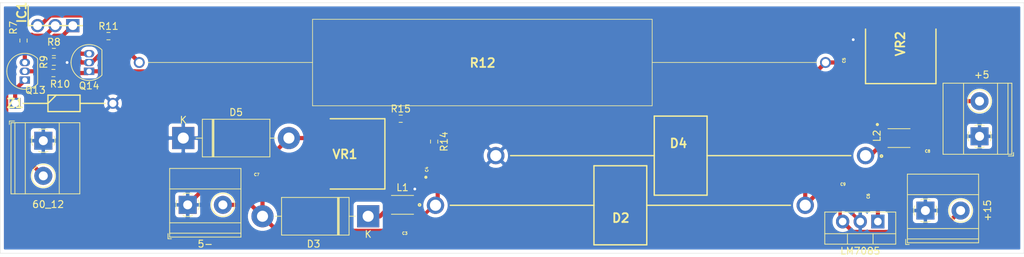
<source format=kicad_pcb>
(kicad_pcb (version 20171130) (host pcbnew "(5.1.10)-1")

  (general
    (thickness 1.6)
    (drawings 4)
    (tracks 138)
    (zones 0)
    (modules 32)
    (nets 17)
  )

  (page A4)
  (layers
    (0 F.Cu signal)
    (31 B.Cu signal)
    (32 B.Adhes user)
    (33 F.Adhes user)
    (34 B.Paste user)
    (35 F.Paste user)
    (36 B.SilkS user)
    (37 F.SilkS user)
    (38 B.Mask user)
    (39 F.Mask user)
    (40 Dwgs.User user)
    (41 Cmts.User user)
    (42 Eco1.User user)
    (43 Eco2.User user)
    (44 Edge.Cuts user)
    (45 Margin user)
    (46 B.CrtYd user)
    (47 F.CrtYd user)
    (48 B.Fab user)
    (49 F.Fab user)
  )

  (setup
    (last_trace_width 0.25)
    (user_trace_width 0.4)
    (user_trace_width 0.4)
    (user_trace_width 0.5)
    (user_trace_width 0.6)
    (trace_clearance 0.2)
    (zone_clearance 0.508)
    (zone_45_only no)
    (trace_min 0.2)
    (via_size 0.8)
    (via_drill 0.4)
    (via_min_size 0.4)
    (via_min_drill 0.3)
    (uvia_size 0.3)
    (uvia_drill 0.1)
    (uvias_allowed no)
    (uvia_min_size 0.2)
    (uvia_min_drill 0.1)
    (edge_width 0.05)
    (segment_width 0.2)
    (pcb_text_width 0.3)
    (pcb_text_size 1.5 1.5)
    (mod_edge_width 0.12)
    (mod_text_size 1 1)
    (mod_text_width 0.15)
    (pad_size 1.524 1.524)
    (pad_drill 0.762)
    (pad_to_mask_clearance 0)
    (aux_axis_origin 0 0)
    (visible_elements 7FFFFFFF)
    (pcbplotparams
      (layerselection 0x010fc_ffffffff)
      (usegerberextensions false)
      (usegerberattributes true)
      (usegerberadvancedattributes true)
      (creategerberjobfile true)
      (excludeedgelayer true)
      (linewidth 0.100000)
      (plotframeref false)
      (viasonmask false)
      (mode 1)
      (useauxorigin false)
      (hpglpennumber 1)
      (hpglpenspeed 20)
      (hpglpendiameter 15.000000)
      (psnegative false)
      (psa4output false)
      (plotreference true)
      (plotvalue true)
      (plotinvisibletext false)
      (padsonsilk false)
      (subtractmaskfromsilk false)
      (outputformat 1)
      (mirror false)
      (drillshape 1)
      (scaleselection 1)
      (outputdirectory ""))
  )

  (net 0 "")
  (net 1 GND)
  (net 2 /reguladores/V_-5)
  (net 3 "Net-(C3-Pad1)")
  (net 4 "Net-(C4-Pad2)")
  (net 5 "Net-(D3-Pad1)")
  (net 6 "Net-(D4-Pad1)")
  (net 7 "Net-(IC1-Pad3)")
  (net 8 "Net-(IC1-Pad1)")
  (net 9 "Net-(Q13-Pad1)")
  (net 10 "Net-(Q13-Pad2)")
  (net 11 "Net-(Q14-Pad2)")
  (net 12 "Net-(R14-Pad1)")
  (net 13 "Net-(C5-Pad1)")
  (net 14 /reguladores/V_IN_12-60V)
  (net 15 /reguladores/V+5)
  (net 16 /reguladores/V_+15)

  (net_class Default "This is the default net class."
    (clearance 0.2)
    (trace_width 0.25)
    (via_dia 0.8)
    (via_drill 0.4)
    (uvia_dia 0.3)
    (uvia_drill 0.1)
    (add_net /reguladores/V+5)
    (add_net /reguladores/V_+15)
    (add_net /reguladores/V_-5)
    (add_net /reguladores/V_IN_12-60V)
    (add_net GND)
    (add_net "Net-(C3-Pad1)")
    (add_net "Net-(C4-Pad2)")
    (add_net "Net-(C5-Pad1)")
    (add_net "Net-(D3-Pad1)")
    (add_net "Net-(D4-Pad1)")
    (add_net "Net-(IC1-Pad1)")
    (add_net "Net-(IC1-Pad3)")
    (add_net "Net-(Q13-Pad1)")
    (add_net "Net-(Q13-Pad2)")
    (add_net "Net-(Q14-Pad2)")
    (add_net "Net-(R14-Pad1)")
  )

  (module footprints:1N5824 (layer F.Cu) (tedit 0) (tstamp 61FA88B2)
    (at 123.444 47.498)
    (descr 1N5824)
    (tags Diode)
    (path /61FD3546/61FDD9C5)
    (fp_text reference D4 (at -0.3175 -1.778) (layer F.SilkS)
      (effects (font (size 1.27 1.27) (thickness 0.254)))
    )
    (fp_text value 1N5824 (at -0.865 0.056) (layer F.SilkS) hide
      (effects (font (size 1.27 1.27) (thickness 0.254)))
    )
    (fp_circle (center 28.968 0.06) (end 28.968 0.124) (layer F.SilkS) (width 0.2))
    (fp_line (start -3.81 5.715) (end -3.81 0) (layer F.SilkS) (width 0.2))
    (fp_line (start 3.81 5.715) (end -3.81 5.715) (layer F.SilkS) (width 0.2))
    (fp_line (start 3.81 0) (end 3.81 5.715) (layer F.SilkS) (width 0.2))
    (fp_line (start 3.81 0) (end 24.536 0) (layer F.SilkS) (width 0.2))
    (fp_line (start 3.81 -5.715) (end 3.81 0) (layer F.SilkS) (width 0.2))
    (fp_line (start -3.81 -5.715) (end 3.81 -5.715) (layer F.SilkS) (width 0.2))
    (fp_line (start -3.81 0) (end -3.81 -5.715) (layer F.SilkS) (width 0.2))
    (fp_line (start -24.536 0) (end -3.81 0) (layer F.SilkS) (width 0.2))
    (fp_line (start 3.81 0) (end 24.536 0) (layer F.Fab) (width 0.2))
    (fp_line (start -3.81 0) (end -24.536 0) (layer F.Fab) (width 0.2))
    (fp_line (start -3.81 5.715) (end -3.81 -5.715) (layer F.Fab) (width 0.2))
    (fp_line (start 3.81 5.715) (end -3.81 5.715) (layer F.Fab) (width 0.2))
    (fp_line (start 3.81 -5.715) (end 3.81 5.715) (layer F.Fab) (width 0.2))
    (fp_line (start -3.81 -5.715) (end 3.81 -5.715) (layer F.Fab) (width 0.2))
    (fp_text user %R (at -0.3175 -1.778) (layer F.Fab)
      (effects (font (size 1.27 1.27) (thickness 0.254)))
    )
    (pad 1 thru_hole circle (at 26.67 0) (size 2.5 2.5) (drill 1.62) (layers *.Cu *.Mask)
      (net 6 "Net-(D4-Pad1)"))
    (pad 2 thru_hole circle (at -26.67 0) (size 2.5 2.5) (drill 1.62) (layers *.Cu *.Mask)
      (net 1 GND))
    (model ${KIPRJMOD}/3d/1N5824--3DModel-STEP-56544.STEP
      (offset (xyz 3 0 4.5))
      (scale (xyz 1 1 1))
      (rotate (xyz 0 0 0))
    )
  )

  (module TerminalBlock_Phoenix:TerminalBlock_Phoenix_MKDS-1,5-2-5.08_1x02_P5.08mm_Horizontal (layer F.Cu) (tedit 5B294EBC) (tstamp 62019E1A)
    (at 158.75 55.4355)
    (descr "Terminal Block Phoenix MKDS-1,5-2-5.08, 2 pins, pitch 5.08mm, size 10.2x9.8mm^2, drill diamater 1.3mm, pad diameter 2.6mm, see http://www.farnell.com/datasheets/100425.pdf, script-generated using https://github.com/pointhi/kicad-footprint-generator/scripts/TerminalBlock_Phoenix")
    (tags "THT Terminal Block Phoenix MKDS-1,5-2-5.08 pitch 5.08mm size 10.2x9.8mm^2 drill 1.3mm pad 2.6mm")
    (path /61FD3546/61FE877C)
    (fp_text reference +15 (at 8.9535 0 270) (layer F.SilkS)
      (effects (font (size 1 1) (thickness 0.15)))
    )
    (fp_text value 15+ (at 8.9535 -1.27 90) (layer F.Fab)
      (effects (font (size 1 1) (thickness 0.15)))
    )
    (fp_line (start 8.13 -5.71) (end -3.04 -5.71) (layer F.CrtYd) (width 0.05))
    (fp_line (start 8.13 5.1) (end 8.13 -5.71) (layer F.CrtYd) (width 0.05))
    (fp_line (start -3.04 5.1) (end 8.13 5.1) (layer F.CrtYd) (width 0.05))
    (fp_line (start -3.04 -5.71) (end -3.04 5.1) (layer F.CrtYd) (width 0.05))
    (fp_line (start -2.84 4.9) (end -2.34 4.9) (layer F.SilkS) (width 0.12))
    (fp_line (start -2.84 4.16) (end -2.84 4.9) (layer F.SilkS) (width 0.12))
    (fp_line (start 3.853 1.023) (end 3.806 1.069) (layer F.SilkS) (width 0.12))
    (fp_line (start 6.15 -1.275) (end 6.115 -1.239) (layer F.SilkS) (width 0.12))
    (fp_line (start 4.046 1.239) (end 4.011 1.274) (layer F.SilkS) (width 0.12))
    (fp_line (start 6.355 -1.069) (end 6.308 -1.023) (layer F.SilkS) (width 0.12))
    (fp_line (start 6.035 -1.138) (end 3.943 0.955) (layer F.Fab) (width 0.1))
    (fp_line (start 6.218 -0.955) (end 4.126 1.138) (layer F.Fab) (width 0.1))
    (fp_line (start 0.955 -1.138) (end -1.138 0.955) (layer F.Fab) (width 0.1))
    (fp_line (start 1.138 -0.955) (end -0.955 1.138) (layer F.Fab) (width 0.1))
    (fp_line (start 7.68 -5.261) (end 7.68 4.66) (layer F.SilkS) (width 0.12))
    (fp_line (start -2.6 -5.261) (end -2.6 4.66) (layer F.SilkS) (width 0.12))
    (fp_line (start -2.6 4.66) (end 7.68 4.66) (layer F.SilkS) (width 0.12))
    (fp_line (start -2.6 -5.261) (end 7.68 -5.261) (layer F.SilkS) (width 0.12))
    (fp_line (start -2.6 -2.301) (end 7.68 -2.301) (layer F.SilkS) (width 0.12))
    (fp_line (start -2.54 -2.3) (end 7.62 -2.3) (layer F.Fab) (width 0.1))
    (fp_line (start -2.6 2.6) (end 7.68 2.6) (layer F.SilkS) (width 0.12))
    (fp_line (start -2.54 2.6) (end 7.62 2.6) (layer F.Fab) (width 0.1))
    (fp_line (start -2.6 4.1) (end 7.68 4.1) (layer F.SilkS) (width 0.12))
    (fp_line (start -2.54 4.1) (end 7.62 4.1) (layer F.Fab) (width 0.1))
    (fp_line (start -2.54 4.1) (end -2.54 -5.2) (layer F.Fab) (width 0.1))
    (fp_line (start -2.04 4.6) (end -2.54 4.1) (layer F.Fab) (width 0.1))
    (fp_line (start 7.62 4.6) (end -2.04 4.6) (layer F.Fab) (width 0.1))
    (fp_line (start 7.62 -5.2) (end 7.62 4.6) (layer F.Fab) (width 0.1))
    (fp_line (start -2.54 -5.2) (end 7.62 -5.2) (layer F.Fab) (width 0.1))
    (fp_circle (center 5.08 0) (end 6.76 0) (layer F.SilkS) (width 0.12))
    (fp_circle (center 5.08 0) (end 6.58 0) (layer F.Fab) (width 0.1))
    (fp_circle (center 0 0) (end 1.5 0) (layer F.Fab) (width 0.1))
    (fp_arc (start 0 0) (end 0 1.68) (angle -24) (layer F.SilkS) (width 0.12))
    (fp_arc (start 0 0) (end 1.535 0.684) (angle -48) (layer F.SilkS) (width 0.12))
    (fp_arc (start 0 0) (end 0.684 -1.535) (angle -48) (layer F.SilkS) (width 0.12))
    (fp_arc (start 0 0) (end -1.535 -0.684) (angle -48) (layer F.SilkS) (width 0.12))
    (fp_arc (start 0 0) (end -0.684 1.535) (angle -25) (layer F.SilkS) (width 0.12))
    (fp_text user %R (at 2.54 3.2) (layer F.Fab)
      (effects (font (size 1 1) (thickness 0.15)))
    )
    (pad 1 thru_hole rect (at 0 0) (size 2.6 2.6) (drill 1.3) (layers *.Cu *.Mask)
      (net 1 GND))
    (pad 2 thru_hole circle (at 5.08 0) (size 2.6 2.6) (drill 1.3) (layers *.Cu *.Mask)
      (net 16 /reguladores/V_+15))
    (model ${KISYS3DMOD}/TerminalBlock_Phoenix.3dshapes/TerminalBlock_Phoenix_MKDS-1,5-2-5.08_1x02_P5.08mm_Horizontal.wrl
      (at (xyz 0 0 0))
      (scale (xyz 1 1 1))
      (rotate (xyz 0 0 0))
    )
  )

  (module footprints:CAPC2012X100N (layer F.Cu) (tedit 61F31691) (tstamp 61FA896A)
    (at 83.185 57.404 180)
    (path /61FD3546/61EF9606)
    (fp_text reference C3 (at -0.46 -1.32) (layer F.SilkS)
      (effects (font (size 0.393701 0.393701) (thickness 0.15)))
    )
    (fp_text value 470u (at 1.54 1.32) (layer F.Fab)
      (effects (font (size 0.393701 0.393701) (thickness 0.15)))
    )
    (fp_line (start 1.708 0.983) (end 1.708 -0.983) (layer F.CrtYd) (width 0.05))
    (fp_line (start -1.708 0.983) (end -1.708 -0.983) (layer F.CrtYd) (width 0.05))
    (fp_line (start -1.708 -0.983) (end 1.708 -0.983) (layer F.CrtYd) (width 0.05))
    (fp_line (start -1.708 0.983) (end 1.708 0.983) (layer F.CrtYd) (width 0.05))
    (fp_line (start -1.1 0.72) (end -1.1 -0.72) (layer F.Fab) (width 0.127))
    (fp_line (start 1.1 0.72) (end 1.1 -0.72) (layer F.Fab) (width 0.127))
    (fp_line (start 1.1 -0.72) (end -1.1 -0.72) (layer F.Fab) (width 0.127))
    (fp_line (start 1.1 0.72) (end -1.1 0.72) (layer F.Fab) (width 0.127))
    (pad 1 smd rect (at -0.875 0 180) (size 1.16 1.47) (layers F.Cu F.Paste F.Mask)
      (net 3 "Net-(C3-Pad1)"))
    (pad 2 smd rect (at 0.875 0 180) (size 1.16 1.47) (layers F.Cu F.Paste F.Mask)
      (net 2 /reguladores/V_-5))
    (model ${KIPRJMOD}/3d/C0805C102M5RACTU.stp
      (at (xyz 0 0 0))
      (scale (xyz 1 1 1))
      (rotate (xyz 0 0 0))
    )
  )

  (module footprints:CAPC2012X100N (layer F.Cu) (tedit 61F31691) (tstamp 61FAE295)
    (at 62.738 51.562)
    (path /61FD3546/61EFBC68)
    (fp_text reference C7 (at -0.46 -1.32) (layer F.SilkS)
      (effects (font (size 0.393701 0.393701) (thickness 0.15)))
    )
    (fp_text value 220u (at 1.54 1.32) (layer F.Fab)
      (effects (font (size 0.393701 0.393701) (thickness 0.15)))
    )
    (fp_line (start 1.708 0.983) (end 1.708 -0.983) (layer F.CrtYd) (width 0.05))
    (fp_line (start -1.708 0.983) (end -1.708 -0.983) (layer F.CrtYd) (width 0.05))
    (fp_line (start -1.708 -0.983) (end 1.708 -0.983) (layer F.CrtYd) (width 0.05))
    (fp_line (start -1.708 0.983) (end 1.708 0.983) (layer F.CrtYd) (width 0.05))
    (fp_line (start -1.1 0.72) (end -1.1 -0.72) (layer F.Fab) (width 0.127))
    (fp_line (start 1.1 0.72) (end 1.1 -0.72) (layer F.Fab) (width 0.127))
    (fp_line (start 1.1 -0.72) (end -1.1 -0.72) (layer F.Fab) (width 0.127))
    (fp_line (start 1.1 0.72) (end -1.1 0.72) (layer F.Fab) (width 0.127))
    (pad 1 smd rect (at -0.875 0) (size 1.16 1.47) (layers F.Cu F.Paste F.Mask)
      (net 1 GND))
    (pad 2 smd rect (at 0.875 0) (size 1.16 1.47) (layers F.Cu F.Paste F.Mask)
      (net 2 /reguladores/V_-5))
    (model ${KIPRJMOD}/3d/C0805C102M5RACTU.stp
      (at (xyz 0 0 0))
      (scale (xyz 1 1 1))
      (rotate (xyz 0 0 0))
    )
  )

  (module footprints:CAPC2012X100N (layer F.Cu) (tedit 61F31691) (tstamp 61FA8991)
    (at 88.138 49.022 90)
    (path /61FD3546/61EF9ACB)
    (fp_text reference C4 (at -0.46 -1.32 90) (layer F.SilkS)
      (effects (font (size 0.393701 0.393701) (thickness 0.15)))
    )
    (fp_text value 0.1u (at 1.54 1.32 90) (layer F.Fab)
      (effects (font (size 0.393701 0.393701) (thickness 0.15)))
    )
    (fp_line (start 1.1 0.72) (end -1.1 0.72) (layer F.Fab) (width 0.127))
    (fp_line (start 1.1 -0.72) (end -1.1 -0.72) (layer F.Fab) (width 0.127))
    (fp_line (start 1.1 0.72) (end 1.1 -0.72) (layer F.Fab) (width 0.127))
    (fp_line (start -1.1 0.72) (end -1.1 -0.72) (layer F.Fab) (width 0.127))
    (fp_line (start -1.708 0.983) (end 1.708 0.983) (layer F.CrtYd) (width 0.05))
    (fp_line (start -1.708 -0.983) (end 1.708 -0.983) (layer F.CrtYd) (width 0.05))
    (fp_line (start -1.708 0.983) (end -1.708 -0.983) (layer F.CrtYd) (width 0.05))
    (fp_line (start 1.708 0.983) (end 1.708 -0.983) (layer F.CrtYd) (width 0.05))
    (pad 2 smd rect (at 0.875 0 90) (size 1.16 1.47) (layers F.Cu F.Paste F.Mask)
      (net 4 "Net-(C4-Pad2)"))
    (pad 1 smd rect (at -0.875 0 90) (size 1.16 1.47) (layers F.Cu F.Paste F.Mask)
      (net 3 "Net-(C3-Pad1)"))
    (model ${KIPRJMOD}/3d/C0805C102M5RACTU.stp
      (at (xyz 0 0 0))
      (scale (xyz 1 1 1))
      (rotate (xyz 0 0 0))
    )
  )

  (module footprints:CAPC2012X100N (layer F.Cu) (tedit 61F31691) (tstamp 61FA06AD)
    (at 148.336 33.274 90)
    (path /61FD3546/61FCAAE1)
    (fp_text reference C5 (at -0.46 -1.32 90) (layer F.SilkS)
      (effects (font (size 0.393701 0.393701) (thickness 0.15)))
    )
    (fp_text value 680u (at 1.54 1.32 90) (layer F.Fab)
      (effects (font (size 0.393701 0.393701) (thickness 0.15)))
    )
    (fp_line (start 1.708 0.983) (end 1.708 -0.983) (layer F.CrtYd) (width 0.05))
    (fp_line (start -1.708 0.983) (end -1.708 -0.983) (layer F.CrtYd) (width 0.05))
    (fp_line (start -1.708 -0.983) (end 1.708 -0.983) (layer F.CrtYd) (width 0.05))
    (fp_line (start -1.708 0.983) (end 1.708 0.983) (layer F.CrtYd) (width 0.05))
    (fp_line (start -1.1 0.72) (end -1.1 -0.72) (layer F.Fab) (width 0.127))
    (fp_line (start 1.1 0.72) (end 1.1 -0.72) (layer F.Fab) (width 0.127))
    (fp_line (start 1.1 -0.72) (end -1.1 -0.72) (layer F.Fab) (width 0.127))
    (fp_line (start 1.1 0.72) (end -1.1 0.72) (layer F.Fab) (width 0.127))
    (pad 1 smd rect (at -0.875 0 90) (size 1.16 1.47) (layers F.Cu F.Paste F.Mask)
      (net 13 "Net-(C5-Pad1)"))
    (pad 2 smd rect (at 0.875 0 90) (size 1.16 1.47) (layers F.Cu F.Paste F.Mask)
      (net 1 GND))
    (model ${KIPRJMOD}/3d/C0805C102M5RACTU.stp
      (at (xyz 0 0 0))
      (scale (xyz 1 1 1))
      (rotate (xyz 0 0 0))
    )
  )

  (module footprints:CAPC2012X100N (layer F.Cu) (tedit 61F31691) (tstamp 61FA9272)
    (at 151.8285 52.8955 90)
    (path /61FD3546/61F375FC)
    (fp_text reference C6 (at -0.46 -1.32 90) (layer F.SilkS)
      (effects (font (size 0.393701 0.393701) (thickness 0.15)))
    )
    (fp_text value 0.33u (at 1.54 1.32 90) (layer F.Fab)
      (effects (font (size 0.393701 0.393701) (thickness 0.15)))
    )
    (fp_line (start 1.708 0.983) (end 1.708 -0.983) (layer F.CrtYd) (width 0.05))
    (fp_line (start -1.708 0.983) (end -1.708 -0.983) (layer F.CrtYd) (width 0.05))
    (fp_line (start -1.708 -0.983) (end 1.708 -0.983) (layer F.CrtYd) (width 0.05))
    (fp_line (start -1.708 0.983) (end 1.708 0.983) (layer F.CrtYd) (width 0.05))
    (fp_line (start -1.1 0.72) (end -1.1 -0.72) (layer F.Fab) (width 0.127))
    (fp_line (start 1.1 0.72) (end 1.1 -0.72) (layer F.Fab) (width 0.127))
    (fp_line (start 1.1 -0.72) (end -1.1 -0.72) (layer F.Fab) (width 0.127))
    (fp_line (start 1.1 0.72) (end -1.1 0.72) (layer F.Fab) (width 0.127))
    (pad 1 smd rect (at -0.875 0 90) (size 1.16 1.47) (layers F.Cu F.Paste F.Mask)
      (net 13 "Net-(C5-Pad1)"))
    (pad 2 smd rect (at 0.875 0 90) (size 1.16 1.47) (layers F.Cu F.Paste F.Mask)
      (net 1 GND))
    (model ${KIPRJMOD}/3d/C0805C102M5RACTU.stp
      (at (xyz 0 0 0))
      (scale (xyz 1 1 1))
      (rotate (xyz 0 0 0))
    )
  )

  (module footprints:CAPC2012X100N (layer F.Cu) (tedit 61F31691) (tstamp 61FA06D7)
    (at 159.004 44.704 90)
    (path /61FD3546/61FCAAF9)
    (fp_text reference C8 (at -2.159 0.0635 180) (layer F.SilkS)
      (effects (font (size 0.393701 0.393701) (thickness 0.15)))
    )
    (fp_text value 220u (at -2.794 0.0635 180) (layer F.Fab)
      (effects (font (size 0.393701 0.393701) (thickness 0.15)))
    )
    (fp_line (start 1.1 0.72) (end -1.1 0.72) (layer F.Fab) (width 0.127))
    (fp_line (start 1.1 -0.72) (end -1.1 -0.72) (layer F.Fab) (width 0.127))
    (fp_line (start 1.1 0.72) (end 1.1 -0.72) (layer F.Fab) (width 0.127))
    (fp_line (start -1.1 0.72) (end -1.1 -0.72) (layer F.Fab) (width 0.127))
    (fp_line (start -1.708 0.983) (end 1.708 0.983) (layer F.CrtYd) (width 0.05))
    (fp_line (start -1.708 -0.983) (end 1.708 -0.983) (layer F.CrtYd) (width 0.05))
    (fp_line (start -1.708 0.983) (end -1.708 -0.983) (layer F.CrtYd) (width 0.05))
    (fp_line (start 1.708 0.983) (end 1.708 -0.983) (layer F.CrtYd) (width 0.05))
    (pad 2 smd rect (at 0.875 0 90) (size 1.16 1.47) (layers F.Cu F.Paste F.Mask)
      (net 1 GND))
    (pad 1 smd rect (at -0.875 0 90) (size 1.16 1.47) (layers F.Cu F.Paste F.Mask)
      (net 15 /reguladores/V+5))
    (model ${KIPRJMOD}/3d/C0805C102M5RACTU.stp
      (at (xyz 0 0 0))
      (scale (xyz 1 1 1))
      (rotate (xyz 0 0 0))
    )
  )

  (module Diode_THT:D_DO-201AD_P15.24mm_Horizontal (layer F.Cu) (tedit 5AE50CD5) (tstamp 61FA88FA)
    (at 78.359 56.261 180)
    (descr "Diode, DO-201AD series, Axial, Horizontal, pin pitch=15.24mm, , length*diameter=9.5*5.2mm^2, , http://www.diodes.com/_files/packages/DO-201AD.pdf")
    (tags "Diode DO-201AD series Axial Horizontal pin pitch 15.24mm  length 9.5mm diameter 5.2mm")
    (path /61FD3546/61EFB158)
    (fp_text reference D3 (at 7.874 -4.0005) (layer F.SilkS)
      (effects (font (size 1 1) (thickness 0.15)))
    )
    (fp_text value 1N5820 (at 8.0645 1.7145) (layer F.Fab)
      (effects (font (size 1 1) (thickness 0.15)))
    )
    (fp_line (start 2.87 -2.6) (end 2.87 2.6) (layer F.Fab) (width 0.1))
    (fp_line (start 2.87 2.6) (end 12.37 2.6) (layer F.Fab) (width 0.1))
    (fp_line (start 12.37 2.6) (end 12.37 -2.6) (layer F.Fab) (width 0.1))
    (fp_line (start 12.37 -2.6) (end 2.87 -2.6) (layer F.Fab) (width 0.1))
    (fp_line (start 0 0) (end 2.87 0) (layer F.Fab) (width 0.1))
    (fp_line (start 15.24 0) (end 12.37 0) (layer F.Fab) (width 0.1))
    (fp_line (start 4.295 -2.6) (end 4.295 2.6) (layer F.Fab) (width 0.1))
    (fp_line (start 4.395 -2.6) (end 4.395 2.6) (layer F.Fab) (width 0.1))
    (fp_line (start 4.195 -2.6) (end 4.195 2.6) (layer F.Fab) (width 0.1))
    (fp_line (start 2.75 -2.72) (end 2.75 2.72) (layer F.SilkS) (width 0.12))
    (fp_line (start 2.75 2.72) (end 12.49 2.72) (layer F.SilkS) (width 0.12))
    (fp_line (start 12.49 2.72) (end 12.49 -2.72) (layer F.SilkS) (width 0.12))
    (fp_line (start 12.49 -2.72) (end 2.75 -2.72) (layer F.SilkS) (width 0.12))
    (fp_line (start 1.84 0) (end 2.75 0) (layer F.SilkS) (width 0.12))
    (fp_line (start 13.4 0) (end 12.49 0) (layer F.SilkS) (width 0.12))
    (fp_line (start 4.295 -2.72) (end 4.295 2.72) (layer F.SilkS) (width 0.12))
    (fp_line (start 4.415 -2.72) (end 4.415 2.72) (layer F.SilkS) (width 0.12))
    (fp_line (start 4.175 -2.72) (end 4.175 2.72) (layer F.SilkS) (width 0.12))
    (fp_line (start -1.85 -2.85) (end -1.85 2.85) (layer F.CrtYd) (width 0.05))
    (fp_line (start -1.85 2.85) (end 17.09 2.85) (layer F.CrtYd) (width 0.05))
    (fp_line (start 17.09 2.85) (end 17.09 -2.85) (layer F.CrtYd) (width 0.05))
    (fp_line (start 17.09 -2.85) (end -1.85 -2.85) (layer F.CrtYd) (width 0.05))
    (fp_text user K (at 0 -2.6) (layer F.SilkS)
      (effects (font (size 1 1) (thickness 0.15)))
    )
    (fp_text user K (at 0 -2.6) (layer F.Fab)
      (effects (font (size 1 1) (thickness 0.15)))
    )
    (fp_text user %R (at 7.874 -3.937) (layer F.Fab)
      (effects (font (size 1 1) (thickness 0.15)))
    )
    (pad 2 thru_hole oval (at 15.24 0 180) (size 3.2 3.2) (drill 1.6) (layers *.Cu *.Mask)
      (net 2 /reguladores/V_-5))
    (pad 1 thru_hole rect (at 0 0 180) (size 3.2 3.2) (drill 1.6) (layers *.Cu *.Mask)
      (net 5 "Net-(D3-Pad1)"))
    (model ${KISYS3DMOD}/Diode_THT.3dshapes/D_DO-201AD_P15.24mm_Horizontal.wrl
      (at (xyz 0 0 0))
      (scale (xyz 1 1 1))
      (rotate (xyz 0 0 0))
    )
  )

  (module Diode_THT:D_DO-201AD_P15.24mm_Horizontal (layer F.Cu) (tedit 5AE50CD5) (tstamp 61FA8822)
    (at 51.689 44.958)
    (descr "Diode, DO-201AD series, Axial, Horizontal, pin pitch=15.24mm, , length*diameter=9.5*5.2mm^2, , http://www.diodes.com/_files/packages/DO-201AD.pdf")
    (tags "Diode DO-201AD series Axial Horizontal pin pitch 15.24mm  length 9.5mm diameter 5.2mm")
    (path /61FD3546/61EFD6CE)
    (fp_text reference D5 (at 7.62 -3.72) (layer F.SilkS)
      (effects (font (size 1 1) (thickness 0.15)))
    )
    (fp_text value 1N5400 (at 8.001 -1.524) (layer F.Fab)
      (effects (font (size 1 1) (thickness 0.15)))
    )
    (fp_line (start 17.09 -2.85) (end -1.85 -2.85) (layer F.CrtYd) (width 0.05))
    (fp_line (start 17.09 2.85) (end 17.09 -2.85) (layer F.CrtYd) (width 0.05))
    (fp_line (start -1.85 2.85) (end 17.09 2.85) (layer F.CrtYd) (width 0.05))
    (fp_line (start -1.85 -2.85) (end -1.85 2.85) (layer F.CrtYd) (width 0.05))
    (fp_line (start 4.175 -2.72) (end 4.175 2.72) (layer F.SilkS) (width 0.12))
    (fp_line (start 4.415 -2.72) (end 4.415 2.72) (layer F.SilkS) (width 0.12))
    (fp_line (start 4.295 -2.72) (end 4.295 2.72) (layer F.SilkS) (width 0.12))
    (fp_line (start 13.4 0) (end 12.49 0) (layer F.SilkS) (width 0.12))
    (fp_line (start 1.84 0) (end 2.75 0) (layer F.SilkS) (width 0.12))
    (fp_line (start 12.49 -2.72) (end 2.75 -2.72) (layer F.SilkS) (width 0.12))
    (fp_line (start 12.49 2.72) (end 12.49 -2.72) (layer F.SilkS) (width 0.12))
    (fp_line (start 2.75 2.72) (end 12.49 2.72) (layer F.SilkS) (width 0.12))
    (fp_line (start 2.75 -2.72) (end 2.75 2.72) (layer F.SilkS) (width 0.12))
    (fp_line (start 4.195 -2.6) (end 4.195 2.6) (layer F.Fab) (width 0.1))
    (fp_line (start 4.395 -2.6) (end 4.395 2.6) (layer F.Fab) (width 0.1))
    (fp_line (start 4.295 -2.6) (end 4.295 2.6) (layer F.Fab) (width 0.1))
    (fp_line (start 15.24 0) (end 12.37 0) (layer F.Fab) (width 0.1))
    (fp_line (start 0 0) (end 2.87 0) (layer F.Fab) (width 0.1))
    (fp_line (start 12.37 -2.6) (end 2.87 -2.6) (layer F.Fab) (width 0.1))
    (fp_line (start 12.37 2.6) (end 12.37 -2.6) (layer F.Fab) (width 0.1))
    (fp_line (start 2.87 2.6) (end 12.37 2.6) (layer F.Fab) (width 0.1))
    (fp_line (start 2.87 -2.6) (end 2.87 2.6) (layer F.Fab) (width 0.1))
    (fp_text user %R (at 8.3325 0) (layer F.Fab)
      (effects (font (size 1 1) (thickness 0.15)))
    )
    (fp_text user K (at 0 -2.6) (layer F.Fab)
      (effects (font (size 1 1) (thickness 0.15)))
    )
    (fp_text user K (at 0 -2.6) (layer F.SilkS)
      (effects (font (size 1 1) (thickness 0.15)))
    )
    (pad 1 thru_hole rect (at 0 0) (size 3.2 3.2) (drill 1.6) (layers *.Cu *.Mask)
      (net 1 GND))
    (pad 2 thru_hole oval (at 15.24 0) (size 3.2 3.2) (drill 1.6) (layers *.Cu *.Mask)
      (net 2 /reguladores/V_-5))
    (model ${KISYS3DMOD}/Diode_THT.3dshapes/D_DO-201AD_P15.24mm_Horizontal.wrl
      (at (xyz 0 0 0))
      (scale (xyz 1 1 1))
      (rotate (xyz 0 0 0))
    )
  )

  (module footprints:TO254P290X760X1320-3P (layer F.Cu) (tedit 0) (tstamp 61FA0903)
    (at 35.7505 28.702 180)
    (descr "SOT-32 (TO-126)")
    (tags "Integrated Circuit")
    (path /61FD3546/61F4C466)
    (fp_text reference IC1 (at 7.366 1.905 90) (layer F.SilkS)
      (effects (font (size 1.27 1.27) (thickness 0.254)))
    )
    (fp_text value BD681 (at 2.159 2.4765) (layer F.SilkS) hide
      (effects (font (size 1.27 1.27) (thickness 0.254)))
    )
    (fp_line (start -1.36 0) (end -1.36 0) (layer F.SilkS) (width 0.2))
    (fp_line (start 6.44 0) (end -1.36 0) (layer F.SilkS) (width 0.2))
    (fp_line (start 6.44 2.9) (end 6.44 0) (layer F.SilkS) (width 0.2))
    (fp_line (start -1.36 1.27) (end -0.09 0) (layer F.Fab) (width 0.1))
    (fp_line (start -1.36 2.9) (end -1.36 0) (layer F.Fab) (width 0.1))
    (fp_line (start 6.44 2.9) (end -1.36 2.9) (layer F.Fab) (width 0.1))
    (fp_line (start 6.44 0) (end 6.44 2.9) (layer F.Fab) (width 0.1))
    (fp_line (start -1.36 0) (end 6.44 0) (layer F.Fab) (width 0.1))
    (fp_line (start -1.61 3.15) (end -1.61 -0.25) (layer F.CrtYd) (width 0.05))
    (fp_line (start 6.69 3.15) (end -1.61 3.15) (layer F.CrtYd) (width 0.05))
    (fp_line (start 6.69 -0.25) (end 6.69 3.15) (layer F.CrtYd) (width 0.05))
    (fp_line (start -1.61 -0.25) (end 6.69 -0.25) (layer F.CrtYd) (width 0.05))
    (fp_text user %R (at 7.3025 1.905 90) (layer F.Fab)
      (effects (font (size 1.27 1.27) (thickness 0.254)))
    )
    (pad 1 thru_hole rect (at 0 0 180) (size 1.92 1.92) (drill 1.28) (layers *.Cu *.Mask)
      (net 8 "Net-(IC1-Pad1)"))
    (pad 2 thru_hole circle (at 2.54 0 180) (size 1.92 1.92) (drill 1.28) (layers *.Cu *.Mask)
      (net 14 /reguladores/V_IN_12-60V))
    (pad 3 thru_hole circle (at 5.08 0 180) (size 1.92 1.92) (drill 1.28) (layers *.Cu *.Mask)
      (net 7 "Net-(IC1-Pad3)"))
    (model ${KIPRJMOD}/3d/BD681.STEP
      (offset (xyz 2.5 0 1.5))
      (scale (xyz 1 1 1))
      (rotate (xyz -90 0 0))
    )
  )

  (module Inductor_SMD:L_TDK_NLV32_3.2x2.5mm (layer F.Cu) (tedit 5D72DC6E) (tstamp 61FA87E4)
    (at 83.312 54.61)
    (descr "TDK NLV32, 3.2x2.5x2.2mm, https://product.tdk.com/info/en/catalog/datasheets/inductor_commercial_standard_nlv32-ef_en.pdf")
    (tags "tdk nlv32 nlcv32 nlfv32")
    (path /61FD3546/61EFCF1D)
    (attr smd)
    (fp_text reference L1 (at 0 -2.5) (layer F.SilkS)
      (effects (font (size 1 1) (thickness 0.15)))
    )
    (fp_text value 33u (at 0 2.5) (layer F.Fab)
      (effects (font (size 1 1) (thickness 0.15)))
    )
    (fp_line (start 1.6 1.36) (end -1.6 1.36) (layer F.SilkS) (width 0.12))
    (fp_line (start -1.6 -1.36) (end 1.6 -1.36) (layer F.SilkS) (width 0.12))
    (fp_line (start -2.45 1.5) (end -2.45 -1.5) (layer F.CrtYd) (width 0.05))
    (fp_line (start 2.45 1.5) (end -2.45 1.5) (layer F.CrtYd) (width 0.05))
    (fp_line (start 2.45 -1.5) (end 2.45 1.5) (layer F.CrtYd) (width 0.05))
    (fp_line (start -2.45 -1.5) (end 2.45 -1.5) (layer F.CrtYd) (width 0.05))
    (fp_line (start -1.6 1.25) (end -1.6 -1.25) (layer F.Fab) (width 0.1))
    (fp_line (start 1.6 1.25) (end -1.6 1.25) (layer F.Fab) (width 0.1))
    (fp_line (start 1.6 -1.25) (end 1.6 1.25) (layer F.Fab) (width 0.1))
    (fp_line (start -1.6 -1.25) (end 1.6 -1.25) (layer F.Fab) (width 0.1))
    (fp_text user %R (at 0 0) (layer F.Fab)
      (effects (font (size 0.5 0.5) (thickness 0.08)))
    )
    (pad 2 smd rect (at 1.6 0) (size 1.2 2) (layers F.Cu F.Paste F.Mask)
      (net 1 GND))
    (pad 1 smd rect (at -1.6 0) (size 1.2 2) (layers F.Cu F.Paste F.Mask)
      (net 5 "Net-(D3-Pad1)"))
    (model ${KISYS3DMOD}/Inductor_SMD.3dshapes/L_TDK_NLV32_3.2x2.5mm.wrl
      (at (xyz 0 0 0))
      (scale (xyz 1 1 1))
      (rotate (xyz 0 0 0))
    )
  )

  (module Inductor_SMD:L_TDK_NLV32_3.2x2.5mm (layer F.Cu) (tedit 5D72DC6E) (tstamp 61FA0B30)
    (at 154.94 44.958)
    (descr "TDK NLV32, 3.2x2.5x2.2mm, https://product.tdk.com/info/en/catalog/datasheets/inductor_commercial_standard_nlv32-ef_en.pdf")
    (tags "tdk nlv32 nlcv32 nlfv32")
    (path /61FD3546/61FCAAFF)
    (attr smd)
    (fp_text reference L2 (at -3.175 -0.3175 90) (layer F.SilkS)
      (effects (font (size 1 1) (thickness 0.15)))
    )
    (fp_text value 33u (at 0 2.5) (layer F.Fab)
      (effects (font (size 1 1) (thickness 0.15)))
    )
    (fp_line (start -1.6 -1.25) (end 1.6 -1.25) (layer F.Fab) (width 0.1))
    (fp_line (start 1.6 -1.25) (end 1.6 1.25) (layer F.Fab) (width 0.1))
    (fp_line (start 1.6 1.25) (end -1.6 1.25) (layer F.Fab) (width 0.1))
    (fp_line (start -1.6 1.25) (end -1.6 -1.25) (layer F.Fab) (width 0.1))
    (fp_line (start -2.45 -1.5) (end 2.45 -1.5) (layer F.CrtYd) (width 0.05))
    (fp_line (start 2.45 -1.5) (end 2.45 1.5) (layer F.CrtYd) (width 0.05))
    (fp_line (start 2.45 1.5) (end -2.45 1.5) (layer F.CrtYd) (width 0.05))
    (fp_line (start -2.45 1.5) (end -2.45 -1.5) (layer F.CrtYd) (width 0.05))
    (fp_line (start -1.6 -1.36) (end 1.6 -1.36) (layer F.SilkS) (width 0.12))
    (fp_line (start 1.6 1.36) (end -1.6 1.36) (layer F.SilkS) (width 0.12))
    (fp_text user %R (at 0 0) (layer F.Fab)
      (effects (font (size 0.5 0.5) (thickness 0.08)))
    )
    (pad 1 smd rect (at -1.6 0) (size 1.2 2) (layers F.Cu F.Paste F.Mask)
      (net 6 "Net-(D4-Pad1)"))
    (pad 2 smd rect (at 1.6 0) (size 1.2 2) (layers F.Cu F.Paste F.Mask)
      (net 15 /reguladores/V+5))
    (model ${KISYS3DMOD}/Inductor_SMD.3dshapes/L_TDK_NLV32_3.2x2.5mm.wrl
      (at (xyz 0 0 0))
      (scale (xyz 1 1 1))
      (rotate (xyz 0 0 0))
    )
  )

  (module Package_TO_SOT_THT:TO-92_Inline (layer F.Cu) (tedit 5A1DD157) (tstamp 61FA0C1A)
    (at 28.829 36.576 90)
    (descr "TO-92 leads in-line, narrow, oval pads, drill 0.75mm (see NXP sot054_po.pdf)")
    (tags "to-92 sc-43 sc-43a sot54 PA33 transistor")
    (path /61FD3546/61F479C1)
    (fp_text reference Q13 (at -1.4605 1.524) (layer F.SilkS)
      (effects (font (size 1 1) (thickness 0.15)))
    )
    (fp_text value 2N3904 (at 1.27 -1.5875 90) (layer F.Fab)
      (effects (font (size 1 1) (thickness 0.15)))
    )
    (fp_line (start 4 2.01) (end -1.46 2.01) (layer F.CrtYd) (width 0.05))
    (fp_line (start 4 2.01) (end 4 -2.73) (layer F.CrtYd) (width 0.05))
    (fp_line (start -1.46 -2.73) (end -1.46 2.01) (layer F.CrtYd) (width 0.05))
    (fp_line (start -1.46 -2.73) (end 4 -2.73) (layer F.CrtYd) (width 0.05))
    (fp_line (start -0.5 1.75) (end 3 1.75) (layer F.Fab) (width 0.1))
    (fp_line (start -0.53 1.85) (end 3.07 1.85) (layer F.SilkS) (width 0.12))
    (fp_text user %R (at 1.27 0 90) (layer F.Fab)
      (effects (font (size 1 1) (thickness 0.15)))
    )
    (fp_arc (start 1.27 0) (end 1.27 -2.48) (angle 135) (layer F.Fab) (width 0.1))
    (fp_arc (start 1.27 0) (end 1.27 -2.6) (angle -135) (layer F.SilkS) (width 0.12))
    (fp_arc (start 1.27 0) (end 1.27 -2.48) (angle -135) (layer F.Fab) (width 0.1))
    (fp_arc (start 1.27 0) (end 1.27 -2.6) (angle 135) (layer F.SilkS) (width 0.12))
    (pad 2 thru_hole oval (at 1.27 0 90) (size 1.05 1.5) (drill 0.75) (layers *.Cu *.Mask)
      (net 10 "Net-(Q13-Pad2)"))
    (pad 3 thru_hole oval (at 2.54 0 90) (size 1.05 1.5) (drill 0.75) (layers *.Cu *.Mask)
      (net 8 "Net-(IC1-Pad1)"))
    (pad 1 thru_hole rect (at 0 0 90) (size 1.05 1.5) (drill 0.75) (layers *.Cu *.Mask)
      (net 9 "Net-(Q13-Pad1)"))
    (model ${KISYS3DMOD}/Package_TO_SOT_THT.3dshapes/TO-92_Inline.wrl
      (at (xyz 0 0 0))
      (scale (xyz 1 1 1))
      (rotate (xyz 0 0 0))
    )
  )

  (module Package_TO_SOT_THT:TO-92_Inline (layer F.Cu) (tedit 5A1DD157) (tstamp 61FA0C2C)
    (at 38.1 35.306 90)
    (descr "TO-92 leads in-line, narrow, oval pads, drill 0.75mm (see NXP sot054_po.pdf)")
    (tags "to-92 sc-43 sc-43a sot54 PA33 transistor")
    (path /61FD3546/61F483A1)
    (fp_text reference Q14 (at -2.0955 0 180) (layer F.SilkS)
      (effects (font (size 1 1) (thickness 0.15)))
    )
    (fp_text value 2N3904 (at 0.889 2.6035 90) (layer F.Fab)
      (effects (font (size 1 1) (thickness 0.15)))
    )
    (fp_line (start 4 2.01) (end -1.46 2.01) (layer F.CrtYd) (width 0.05))
    (fp_line (start 4 2.01) (end 4 -2.73) (layer F.CrtYd) (width 0.05))
    (fp_line (start -1.46 -2.73) (end -1.46 2.01) (layer F.CrtYd) (width 0.05))
    (fp_line (start -1.46 -2.73) (end 4 -2.73) (layer F.CrtYd) (width 0.05))
    (fp_line (start -0.5 1.75) (end 3 1.75) (layer F.Fab) (width 0.1))
    (fp_line (start -0.53 1.85) (end 3.07 1.85) (layer F.SilkS) (width 0.12))
    (fp_text user %R (at 1.27 0 90) (layer F.Fab)
      (effects (font (size 1 1) (thickness 0.15)))
    )
    (fp_arc (start 1.27 0) (end 1.27 -2.48) (angle 135) (layer F.Fab) (width 0.1))
    (fp_arc (start 1.27 0) (end 1.27 -2.6) (angle -135) (layer F.SilkS) (width 0.12))
    (fp_arc (start 1.27 0) (end 1.27 -2.48) (angle -135) (layer F.Fab) (width 0.1))
    (fp_arc (start 1.27 0) (end 1.27 -2.6) (angle 135) (layer F.SilkS) (width 0.12))
    (pad 2 thru_hole oval (at 1.27 0 90) (size 1.05 1.5) (drill 0.75) (layers *.Cu *.Mask)
      (net 11 "Net-(Q14-Pad2)"))
    (pad 3 thru_hole oval (at 2.54 0 90) (size 1.05 1.5) (drill 0.75) (layers *.Cu *.Mask)
      (net 8 "Net-(IC1-Pad1)"))
    (pad 1 thru_hole rect (at 0 0 90) (size 1.05 1.5) (drill 0.75) (layers *.Cu *.Mask)
      (net 13 "Net-(C5-Pad1)"))
    (model ${KISYS3DMOD}/Package_TO_SOT_THT.3dshapes/TO-92_Inline.wrl
      (at (xyz 0 0 0))
      (scale (xyz 1 1 1))
      (rotate (xyz 0 0 0))
    )
  )

  (module footprints:TUW15J27RE (layer F.Cu) (tedit 0) (tstamp 6201AA30)
    (at 45.339 34.036)
    (descr TUW15J27RE-2)
    (tags Resistor)
    (path /61FD3546/61F5D47E)
    (fp_text reference R12 (at 49.53 0.0635) (layer F.SilkS)
      (effects (font (size 1.27 1.27) (thickness 0.254)))
    )
    (fp_text value TUW15J47RE (at 49.3395 3.1115) (layer F.SilkS) hide
      (effects (font (size 1.27 1.27) (thickness 0.254)))
    )
    (fp_line (start 25 0) (end 1.24 0) (layer F.SilkS) (width 0.1))
    (fp_line (start 74 0) (end 97.76 0) (layer F.SilkS) (width 0.1))
    (fp_line (start 74 0) (end 97.76 0) (layer F.Fab) (width 0.2))
    (fp_line (start 25 0) (end 1.24 0) (layer F.Fab) (width 0.2))
    (fp_line (start -1.788 7.25) (end -1.788 -7.25) (layer F.CrtYd) (width 0.1))
    (fp_line (start 100.787 7.25) (end -1.788 7.25) (layer F.CrtYd) (width 0.1))
    (fp_line (start 100.787 -7.25) (end 100.787 7.25) (layer F.CrtYd) (width 0.1))
    (fp_line (start -1.788 -7.25) (end 100.787 -7.25) (layer F.CrtYd) (width 0.1))
    (fp_line (start 25 6.25) (end 25 -6.25) (layer F.SilkS) (width 0.1))
    (fp_line (start 74 6.25) (end 25 6.25) (layer F.SilkS) (width 0.1))
    (fp_line (start 74 -6.25) (end 74 6.25) (layer F.SilkS) (width 0.1))
    (fp_line (start 25 -6.25) (end 74 -6.25) (layer F.SilkS) (width 0.1))
    (fp_line (start 25 6.25) (end 25 -6.25) (layer F.Fab) (width 0.2))
    (fp_line (start 74 6.25) (end 25 6.25) (layer F.Fab) (width 0.2))
    (fp_line (start 74 -6.25) (end 74 6.25) (layer F.Fab) (width 0.2))
    (fp_line (start 25 -6.25) (end 74 -6.25) (layer F.Fab) (width 0.2))
    (fp_text user %R (at 49.5 0) (layer F.Fab)
      (effects (font (size 1.27 1.27) (thickness 0.254)))
    )
    (pad 1 thru_hole circle (at 0 0) (size 1.575 1.575) (drill 1.05) (layers *.Cu *.Mask)
      (net 7 "Net-(IC1-Pad3)"))
    (pad 2 thru_hole circle (at 99 0) (size 1.575 1.575) (drill 1.05) (layers *.Cu *.Mask)
      (net 13 "Net-(C5-Pad1)"))
  )

  (module Resistor_SMD:R_0603_1608Metric (layer F.Cu) (tedit 5F68FEEE) (tstamp 61FA8784)
    (at 87.884 45.466 270)
    (descr "Resistor SMD 0603 (1608 Metric), square (rectangular) end terminal, IPC_7351 nominal, (Body size source: IPC-SM-782 page 72, https://www.pcb-3d.com/wordpress/wp-content/uploads/ipc-sm-782a_amendment_1_and_2.pdf), generated with kicad-footprint-generator")
    (tags resistor)
    (path /61FD3546/61EFA3BE)
    (attr smd)
    (fp_text reference R14 (at 0 -1.43 90) (layer F.SilkS)
      (effects (font (size 1 1) (thickness 0.15)))
    )
    (fp_text value 47k (at 0 1.43 90) (layer F.Fab)
      (effects (font (size 1 1) (thickness 0.15)))
    )
    (fp_line (start -0.8 0.4125) (end -0.8 -0.4125) (layer F.Fab) (width 0.1))
    (fp_line (start -0.8 -0.4125) (end 0.8 -0.4125) (layer F.Fab) (width 0.1))
    (fp_line (start 0.8 -0.4125) (end 0.8 0.4125) (layer F.Fab) (width 0.1))
    (fp_line (start 0.8 0.4125) (end -0.8 0.4125) (layer F.Fab) (width 0.1))
    (fp_line (start -0.237258 -0.5225) (end 0.237258 -0.5225) (layer F.SilkS) (width 0.12))
    (fp_line (start -0.237258 0.5225) (end 0.237258 0.5225) (layer F.SilkS) (width 0.12))
    (fp_line (start -1.48 0.73) (end -1.48 -0.73) (layer F.CrtYd) (width 0.05))
    (fp_line (start -1.48 -0.73) (end 1.48 -0.73) (layer F.CrtYd) (width 0.05))
    (fp_line (start 1.48 -0.73) (end 1.48 0.73) (layer F.CrtYd) (width 0.05))
    (fp_line (start 1.48 0.73) (end -1.48 0.73) (layer F.CrtYd) (width 0.05))
    (fp_text user %R (at 0 0 90) (layer F.Fab)
      (effects (font (size 0.4 0.4) (thickness 0.06)))
    )
    (pad 2 smd roundrect (at 0.825 0 270) (size 0.8 0.95) (layers F.Cu F.Paste F.Mask) (roundrect_rratio 0.25)
      (net 4 "Net-(C4-Pad2)"))
    (pad 1 smd roundrect (at -0.825 0 270) (size 0.8 0.95) (layers F.Cu F.Paste F.Mask) (roundrect_rratio 0.25)
      (net 12 "Net-(R14-Pad1)"))
    (model ${KISYS3DMOD}/Resistor_SMD.3dshapes/R_0603_1608Metric.wrl
      (at (xyz 0 0 0))
      (scale (xyz 1 1 1))
      (rotate (xyz 0 0 0))
    )
  )

  (module Resistor_SMD:R_0603_1608Metric (layer F.Cu) (tedit 5F68FEEE) (tstamp 61FA87B4)
    (at 83.058 42.164)
    (descr "Resistor SMD 0603 (1608 Metric), square (rectangular) end terminal, IPC_7351 nominal, (Body size source: IPC-SM-782 page 72, https://www.pcb-3d.com/wordpress/wp-content/uploads/ipc-sm-782a_amendment_1_and_2.pdf), generated with kicad-footprint-generator")
    (tags resistor)
    (path /61FD3546/61EFA953)
    (attr smd)
    (fp_text reference R15 (at 0 -1.43) (layer F.SilkS)
      (effects (font (size 1 1) (thickness 0.15)))
    )
    (fp_text value 47k (at 0 1.43) (layer F.Fab)
      (effects (font (size 1 1) (thickness 0.15)))
    )
    (fp_line (start 1.48 0.73) (end -1.48 0.73) (layer F.CrtYd) (width 0.05))
    (fp_line (start 1.48 -0.73) (end 1.48 0.73) (layer F.CrtYd) (width 0.05))
    (fp_line (start -1.48 -0.73) (end 1.48 -0.73) (layer F.CrtYd) (width 0.05))
    (fp_line (start -1.48 0.73) (end -1.48 -0.73) (layer F.CrtYd) (width 0.05))
    (fp_line (start -0.237258 0.5225) (end 0.237258 0.5225) (layer F.SilkS) (width 0.12))
    (fp_line (start -0.237258 -0.5225) (end 0.237258 -0.5225) (layer F.SilkS) (width 0.12))
    (fp_line (start 0.8 0.4125) (end -0.8 0.4125) (layer F.Fab) (width 0.1))
    (fp_line (start 0.8 -0.4125) (end 0.8 0.4125) (layer F.Fab) (width 0.1))
    (fp_line (start -0.8 -0.4125) (end 0.8 -0.4125) (layer F.Fab) (width 0.1))
    (fp_line (start -0.8 0.4125) (end -0.8 -0.4125) (layer F.Fab) (width 0.1))
    (fp_text user %R (at 0 0) (layer F.Fab)
      (effects (font (size 0.4 0.4) (thickness 0.06)))
    )
    (pad 1 smd roundrect (at -0.825 0) (size 0.8 0.95) (layers F.Cu F.Paste F.Mask) (roundrect_rratio 0.25)
      (net 2 /reguladores/V_-5))
    (pad 2 smd roundrect (at 0.825 0) (size 0.8 0.95) (layers F.Cu F.Paste F.Mask) (roundrect_rratio 0.25)
      (net 12 "Net-(R14-Pad1)"))
    (model ${KISYS3DMOD}/Resistor_SMD.3dshapes/R_0603_1608Metric.wrl
      (at (xyz 0 0 0))
      (scale (xyz 1 1 1))
      (rotate (xyz 0 0 0))
    )
  )

  (module Package_TO_SOT_THT:TO-220-3_Vertical (layer F.Cu) (tedit 5AC8BA0D) (tstamp 61FA1133)
    (at 151.892 57.023 180)
    (descr "TO-220-3, Vertical, RM 2.54mm, see https://www.vishay.com/docs/66542/to-220-1.pdf")
    (tags "TO-220-3 Vertical RM 2.54mm")
    (path /61FD3546/61FF8B77)
    (fp_text reference LM7085 (at 2.54 -4.27) (layer F.SilkS)
      (effects (font (size 1 1) (thickness 0.15)))
    )
    (fp_text value LM7805_TO220 (at 2.54 2.5) (layer F.Fab)
      (effects (font (size 1 1) (thickness 0.15)))
    )
    (fp_line (start 7.79 -3.4) (end -2.71 -3.4) (layer F.CrtYd) (width 0.05))
    (fp_line (start 7.79 1.51) (end 7.79 -3.4) (layer F.CrtYd) (width 0.05))
    (fp_line (start -2.71 1.51) (end 7.79 1.51) (layer F.CrtYd) (width 0.05))
    (fp_line (start -2.71 -3.4) (end -2.71 1.51) (layer F.CrtYd) (width 0.05))
    (fp_line (start 4.391 -3.27) (end 4.391 -1.76) (layer F.SilkS) (width 0.12))
    (fp_line (start 0.69 -3.27) (end 0.69 -1.76) (layer F.SilkS) (width 0.12))
    (fp_line (start -2.58 -1.76) (end 7.66 -1.76) (layer F.SilkS) (width 0.12))
    (fp_line (start 7.66 -3.27) (end 7.66 1.371) (layer F.SilkS) (width 0.12))
    (fp_line (start -2.58 -3.27) (end -2.58 1.371) (layer F.SilkS) (width 0.12))
    (fp_line (start -2.58 1.371) (end 7.66 1.371) (layer F.SilkS) (width 0.12))
    (fp_line (start -2.58 -3.27) (end 7.66 -3.27) (layer F.SilkS) (width 0.12))
    (fp_line (start 4.39 -3.15) (end 4.39 -1.88) (layer F.Fab) (width 0.1))
    (fp_line (start 0.69 -3.15) (end 0.69 -1.88) (layer F.Fab) (width 0.1))
    (fp_line (start -2.46 -1.88) (end 7.54 -1.88) (layer F.Fab) (width 0.1))
    (fp_line (start 7.54 -3.15) (end -2.46 -3.15) (layer F.Fab) (width 0.1))
    (fp_line (start 7.54 1.25) (end 7.54 -3.15) (layer F.Fab) (width 0.1))
    (fp_line (start -2.46 1.25) (end 7.54 1.25) (layer F.Fab) (width 0.1))
    (fp_line (start -2.46 -3.15) (end -2.46 1.25) (layer F.Fab) (width 0.1))
    (fp_text user %R (at 2.54 -4.27) (layer F.Fab)
      (effects (font (size 1 1) (thickness 0.15)))
    )
    (pad 1 thru_hole rect (at 0 0 180) (size 1.905 2) (drill 1.1) (layers *.Cu *.Mask)
      (net 13 "Net-(C5-Pad1)"))
    (pad 2 thru_hole oval (at 2.54 0 180) (size 1.905 2) (drill 1.1) (layers *.Cu *.Mask)
      (net 1 GND))
    (pad 3 thru_hole oval (at 5.08 0 180) (size 1.905 2) (drill 1.1) (layers *.Cu *.Mask)
      (net 16 /reguladores/V_+15))
    (model ${KISYS3DMOD}/Package_TO_SOT_THT.3dshapes/TO-220-3_Vertical.wrl
      (at (xyz 0 0 0))
      (scale (xyz 1 1 1))
      (rotate (xyz 0 0 0))
    )
  )

  (module footprints:KTT0005B (layer F.Cu) (tedit 0) (tstamp 61FA8728)
    (at 72.136 47.244)
    (descr KTT0005B)
    (tags "Integrated Circuit")
    (path /61FD3546/61F00F49)
    (attr smd)
    (fp_text reference VR1 (at 2.877 0.057) (layer F.SilkS)
      (effects (font (size 1.27 1.27) (thickness 0.254)))
    )
    (fp_text value LM2596S-5.0 (at 2.877 0.057) (layer F.SilkS) hide
      (effects (font (size 1.27 1.27) (thickness 0.254)))
    )
    (fp_circle (center 14.551 3.375) (end 14.551 3.501) (layer F.SilkS) (width 0.2))
    (fp_line (start 8.64 5.08) (end 0.756 5.08) (layer F.SilkS) (width 0.2))
    (fp_line (start 8.64 -5.08) (end 0.756 -5.08) (layer F.SilkS) (width 0.2))
    (fp_line (start 8.64 5.08) (end 8.64 -5.08) (layer F.SilkS) (width 0.2))
    (fp_line (start 0 5.08) (end 0 -5.08) (layer F.Fab) (width 0.2))
    (fp_line (start 8.64 5.08) (end 0 5.08) (layer F.Fab) (width 0.2))
    (fp_line (start 8.64 -5.08) (end 8.64 5.08) (layer F.Fab) (width 0.2))
    (fp_line (start 0 -5.08) (end 8.64 -5.08) (layer F.Fab) (width 0.2))
    (fp_text user %R (at 2.877 0.057) (layer F.Fab)
      (effects (font (size 1.27 1.27) (thickness 0.254)))
    )
    (pad 1 smd rect (at 12.461 3.4 90) (size 1.02 2.16) (layers F.Cu F.Paste F.Mask)
      (net 3 "Net-(C3-Pad1)"))
    (pad 2 smd rect (at 12.461 1.7 90) (size 1.02 2.16) (layers F.Cu F.Paste F.Mask)
      (net 5 "Net-(D3-Pad1)"))
    (pad 3 smd rect (at 12.461 0 90) (size 1.02 2.16) (layers F.Cu F.Paste F.Mask)
      (net 2 /reguladores/V_-5))
    (pad 4 smd rect (at 12.461 -1.7 90) (size 1.02 2.16) (layers F.Cu F.Paste F.Mask)
      (net 5 "Net-(D3-Pad1)"))
    (pad 5 smd rect (at 12.461 -3.4 90) (size 1.02 2.16) (layers F.Cu F.Paste F.Mask)
      (net 12 "Net-(R14-Pad1)"))
    (pad 6 smd rect (at 1.786 0) (size 6.99 8.33) (layers F.Cu F.Paste F.Mask)
      (net 2 /reguladores/V_-5))
    (pad 7 smd rect (at -0.754 -4.7825 90) (size 1.235 1.91) (layers F.Cu F.Paste F.Mask))
    (pad 8 smd rect (at -0.754 4.7825 90) (size 1.235 1.91) (layers F.Cu F.Paste F.Mask))
    (model LM2596S-5.0.stp
      (offset (xyz 8.80000005857206 0 0.150000003707691))
      (scale (xyz 1 1 1))
      (rotate (xyz 0 0 -90))
    )
    (model "C:/Users/nacho/Desktop/ProyectoDCE se puede tocar/kikad2022/LM2596S-5.0/LM2596S-5.0.step"
      (offset (xyz 5 0 0))
      (scale (xyz 1 1 1))
      (rotate (xyz -90 0 0))
    )
  )

  (module footprints:KTT0005B (layer F.Cu) (tedit 0) (tstamp 61FA11B9)
    (at 155.194 28.448 270)
    (descr KTT0005B)
    (tags "Integrated Circuit")
    (path /61FD3546/61FE2A65)
    (attr smd)
    (fp_text reference VR2 (at 2.877 0.057 90) (layer F.SilkS)
      (effects (font (size 1.27 1.27) (thickness 0.254)))
    )
    (fp_text value LM2596S-5.0 (at 6.858 -0.508 180) (layer F.SilkS) hide
      (effects (font (size 1.27 1.27) (thickness 0.254)))
    )
    (fp_line (start 0 -5.08) (end 8.64 -5.08) (layer F.Fab) (width 0.2))
    (fp_line (start 8.64 -5.08) (end 8.64 5.08) (layer F.Fab) (width 0.2))
    (fp_line (start 8.64 5.08) (end 0 5.08) (layer F.Fab) (width 0.2))
    (fp_line (start 0 5.08) (end 0 -5.08) (layer F.Fab) (width 0.2))
    (fp_line (start 8.64 5.08) (end 8.64 -5.08) (layer F.SilkS) (width 0.2))
    (fp_line (start 8.64 -5.08) (end 0.756 -5.08) (layer F.SilkS) (width 0.2))
    (fp_line (start 8.64 5.08) (end 0.756 5.08) (layer F.SilkS) (width 0.2))
    (fp_circle (center 14.551 3.375) (end 14.551 3.501) (layer F.SilkS) (width 0.2))
    (fp_text user %R (at 2.877 0.057 90) (layer F.Fab)
      (effects (font (size 1.27 1.27) (thickness 0.254)))
    )
    (pad 8 smd rect (at -0.754 4.7825) (size 1.235 1.91) (layers F.Cu F.Paste F.Mask))
    (pad 7 smd rect (at -0.754 -4.7825) (size 1.235 1.91) (layers F.Cu F.Paste F.Mask))
    (pad 6 smd rect (at 1.786 0 270) (size 6.99 8.33) (layers F.Cu F.Paste F.Mask)
      (net 1 GND))
    (pad 5 smd rect (at 12.461 -3.4) (size 1.02 2.16) (layers F.Cu F.Paste F.Mask)
      (net 1 GND))
    (pad 4 smd rect (at 12.461 -1.7) (size 1.02 2.16) (layers F.Cu F.Paste F.Mask)
      (net 15 /reguladores/V+5))
    (pad 3 smd rect (at 12.461 0) (size 1.02 2.16) (layers F.Cu F.Paste F.Mask)
      (net 1 GND))
    (pad 2 smd rect (at 12.461 1.7) (size 1.02 2.16) (layers F.Cu F.Paste F.Mask)
      (net 6 "Net-(D4-Pad1)"))
    (pad 1 smd rect (at 12.461 3.4) (size 1.02 2.16) (layers F.Cu F.Paste F.Mask)
      (net 13 "Net-(C5-Pad1)"))
    (model LM2596S-5.0.stp
      (offset (xyz 8.80000005857206 0 0.150000003707691))
      (scale (xyz 1 1 1))
      (rotate (xyz 0 0 -90))
    )
    (model "C:/Users/nacho/Desktop/ProyectoDCE se puede tocar/kikad2022/LM2596S-5.0/LM2596S-5.0.step"
      (offset (xyz 5.5 0 0))
      (scale (xyz 1 1 1))
      (rotate (xyz -90 0 0))
    )
  )

  (module footprints:DIOAD1413W86L463D238 (layer F.Cu) (tedit 0) (tstamp 61FA3006)
    (at 27.432 39.9415)
    (descr "AXIAL LEAD / DO−41 CASE 017AH ISSUE O")
    (tags "Zener Diode")
    (path /61FD3546/61F49C7C)
    (fp_text reference Z1 (at 0 0) (layer F.SilkS)
      (effects (font (size 1.27 1.27) (thickness 0.254)))
    )
    (fp_text value 1N4735A (at 6.35 0) (layer F.SilkS) hide
      (effects (font (size 1.27 1.27) (thickness 0.254)))
    )
    (fp_line (start 9.365 0) (end 12.962 0) (layer F.SilkS) (width 0.2))
    (fp_line (start 1.138 0) (end 4.735 0) (layer F.SilkS) (width 0.2))
    (fp_line (start 4.735 0) (end 5.922 -1.188) (layer F.SilkS) (width 0.2))
    (fp_line (start 4.735 1.188) (end 4.735 -1.188) (layer F.SilkS) (width 0.2))
    (fp_line (start 9.365 1.188) (end 4.735 1.188) (layer F.SilkS) (width 0.2))
    (fp_line (start 9.365 -1.188) (end 9.365 1.188) (layer F.SilkS) (width 0.2))
    (fp_line (start 4.735 -1.188) (end 9.365 -1.188) (layer F.SilkS) (width 0.2))
    (fp_line (start 9.365 0) (end 14.1 0) (layer F.Fab) (width 0.1))
    (fp_line (start 0 0) (end 4.735 0) (layer F.Fab) (width 0.1))
    (fp_line (start 4.735 0) (end 5.923 -1.188) (layer F.Fab) (width 0.1))
    (fp_line (start 4.735 1.187) (end 4.735 -1.188) (layer F.Fab) (width 0.1))
    (fp_line (start 9.365 1.187) (end 4.735 1.187) (layer F.Fab) (width 0.1))
    (fp_line (start 9.365 -1.188) (end 9.365 1.187) (layer F.Fab) (width 0.1))
    (fp_line (start 4.735 -1.188) (end 9.365 -1.188) (layer F.Fab) (width 0.1))
    (fp_line (start -1.038 1.537) (end -1.038 -1.538) (layer F.CrtYd) (width 0.05))
    (fp_line (start 15.137 1.537) (end -1.038 1.537) (layer F.CrtYd) (width 0.05))
    (fp_line (start 15.137 -1.538) (end 15.137 1.537) (layer F.CrtYd) (width 0.05))
    (fp_line (start -1.038 -1.538) (end 15.137 -1.538) (layer F.CrtYd) (width 0.05))
    (fp_text user %R (at 0 0) (layer F.Fab)
      (effects (font (size 1.27 1.27) (thickness 0.254)))
    )
    (pad 1 thru_hole rect (at 0 0) (size 1.575 1.575) (drill 1.05) (layers *.Cu *.Mask)
      (net 9 "Net-(Q13-Pad1)"))
    (pad 2 thru_hole circle (at 14.1 0) (size 1.575 1.575) (drill 1.05) (layers *.Cu *.Mask)
      (net 1 GND))
    (model 1N4735A.stp
      (at (xyz 0 0 0))
      (scale (xyz 1 1 1))
      (rotate (xyz 0 0 0))
    )
    (model ${KIPRJMOD}/3d/1N750.stp
      (offset (xyz 1 0 0))
      (scale (xyz 1 1 1))
      (rotate (xyz 0 0 0))
    )
  )

  (module footprints:CAPC2012X100N (layer F.Cu) (tedit 61F31691) (tstamp 61FDDFD3)
    (at 147.32 52.959)
    (path /61FD3546/61F36C5B)
    (fp_text reference C9 (at -0.46 -1.32) (layer F.SilkS)
      (effects (font (size 0.393701 0.393701) (thickness 0.15)))
    )
    (fp_text value 0.1u (at 1.54 1.32) (layer F.Fab)
      (effects (font (size 0.393701 0.393701) (thickness 0.15)))
    )
    (fp_line (start 1.1 0.72) (end -1.1 0.72) (layer F.Fab) (width 0.127))
    (fp_line (start 1.1 -0.72) (end -1.1 -0.72) (layer F.Fab) (width 0.127))
    (fp_line (start 1.1 0.72) (end 1.1 -0.72) (layer F.Fab) (width 0.127))
    (fp_line (start -1.1 0.72) (end -1.1 -0.72) (layer F.Fab) (width 0.127))
    (fp_line (start -1.708 0.983) (end 1.708 0.983) (layer F.CrtYd) (width 0.05))
    (fp_line (start -1.708 -0.983) (end 1.708 -0.983) (layer F.CrtYd) (width 0.05))
    (fp_line (start -1.708 0.983) (end -1.708 -0.983) (layer F.CrtYd) (width 0.05))
    (fp_line (start 1.708 0.983) (end 1.708 -0.983) (layer F.CrtYd) (width 0.05))
    (pad 1 smd rect (at -0.875 0) (size 1.16 1.47) (layers F.Cu F.Paste F.Mask)
      (net 16 /reguladores/V_+15))
    (pad 2 smd rect (at 0.875 0) (size 1.16 1.47) (layers F.Cu F.Paste F.Mask)
      (net 1 GND))
    (model ${KIPRJMOD}/3d/C0805C102M5RACTU.stp
      (at (xyz 0 0 0))
      (scale (xyz 1 1 1))
      (rotate (xyz 0 0 0))
    )
  )

  (module TerminalBlock_Phoenix:TerminalBlock_Phoenix_MKDS-1,5-2-5.08_1x02_P5.08mm_Horizontal (layer F.Cu) (tedit 5B294EBC) (tstamp 62019DEE)
    (at 31.496 45.339 270)
    (descr "Terminal Block Phoenix MKDS-1,5-2-5.08, 2 pins, pitch 5.08mm, size 10.2x9.8mm^2, drill diamater 1.3mm, pad diameter 2.6mm, see http://www.farnell.com/datasheets/100425.pdf, script-generated using https://github.com/pointhi/kicad-footprint-generator/scripts/TerminalBlock_Phoenix")
    (tags "THT Terminal Block Phoenix MKDS-1,5-2-5.08 pitch 5.08mm size 10.2x9.8mm^2 drill 1.3mm pad 2.6mm")
    (path /61FD3546/61FE2967)
    (fp_text reference 60_12 (at 9.2075 -0.6985 180) (layer F.SilkS)
      (effects (font (size 1 1) (thickness 0.15)))
    )
    (fp_text value 60_12 (at 9.2075 -0.6985 180) (layer F.Fab)
      (effects (font (size 1 1) (thickness 0.15)))
    )
    (fp_circle (center 0 0) (end 1.5 0) (layer F.Fab) (width 0.1))
    (fp_circle (center 5.08 0) (end 6.58 0) (layer F.Fab) (width 0.1))
    (fp_circle (center 5.08 0) (end 6.76 0) (layer F.SilkS) (width 0.12))
    (fp_line (start -2.54 -5.2) (end 7.62 -5.2) (layer F.Fab) (width 0.1))
    (fp_line (start 7.62 -5.2) (end 7.62 4.6) (layer F.Fab) (width 0.1))
    (fp_line (start 7.62 4.6) (end -2.04 4.6) (layer F.Fab) (width 0.1))
    (fp_line (start -2.04 4.6) (end -2.54 4.1) (layer F.Fab) (width 0.1))
    (fp_line (start -2.54 4.1) (end -2.54 -5.2) (layer F.Fab) (width 0.1))
    (fp_line (start -2.54 4.1) (end 7.62 4.1) (layer F.Fab) (width 0.1))
    (fp_line (start -2.6 4.1) (end 7.68 4.1) (layer F.SilkS) (width 0.12))
    (fp_line (start -2.54 2.6) (end 7.62 2.6) (layer F.Fab) (width 0.1))
    (fp_line (start -2.6 2.6) (end 7.68 2.6) (layer F.SilkS) (width 0.12))
    (fp_line (start -2.54 -2.3) (end 7.62 -2.3) (layer F.Fab) (width 0.1))
    (fp_line (start -2.6 -2.301) (end 7.68 -2.301) (layer F.SilkS) (width 0.12))
    (fp_line (start -2.6 -5.261) (end 7.68 -5.261) (layer F.SilkS) (width 0.12))
    (fp_line (start -2.6 4.66) (end 7.68 4.66) (layer F.SilkS) (width 0.12))
    (fp_line (start -2.6 -5.261) (end -2.6 4.66) (layer F.SilkS) (width 0.12))
    (fp_line (start 7.68 -5.261) (end 7.68 4.66) (layer F.SilkS) (width 0.12))
    (fp_line (start 1.138 -0.955) (end -0.955 1.138) (layer F.Fab) (width 0.1))
    (fp_line (start 0.955 -1.138) (end -1.138 0.955) (layer F.Fab) (width 0.1))
    (fp_line (start 6.218 -0.955) (end 4.126 1.138) (layer F.Fab) (width 0.1))
    (fp_line (start 6.035 -1.138) (end 3.943 0.955) (layer F.Fab) (width 0.1))
    (fp_line (start 6.355 -1.069) (end 6.308 -1.023) (layer F.SilkS) (width 0.12))
    (fp_line (start 4.046 1.239) (end 4.011 1.274) (layer F.SilkS) (width 0.12))
    (fp_line (start 6.15 -1.275) (end 6.115 -1.239) (layer F.SilkS) (width 0.12))
    (fp_line (start 3.853 1.023) (end 3.806 1.069) (layer F.SilkS) (width 0.12))
    (fp_line (start -2.84 4.16) (end -2.84 4.9) (layer F.SilkS) (width 0.12))
    (fp_line (start -2.84 4.9) (end -2.34 4.9) (layer F.SilkS) (width 0.12))
    (fp_line (start -3.04 -5.71) (end -3.04 5.1) (layer F.CrtYd) (width 0.05))
    (fp_line (start -3.04 5.1) (end 8.13 5.1) (layer F.CrtYd) (width 0.05))
    (fp_line (start 8.13 5.1) (end 8.13 -5.71) (layer F.CrtYd) (width 0.05))
    (fp_line (start 8.13 -5.71) (end -3.04 -5.71) (layer F.CrtYd) (width 0.05))
    (fp_text user %R (at 9.2075 -0.6985 180) (layer F.Fab)
      (effects (font (size 1 1) (thickness 0.15)))
    )
    (fp_arc (start 0 0) (end -0.684 1.535) (angle -25) (layer F.SilkS) (width 0.12))
    (fp_arc (start 0 0) (end -1.535 -0.684) (angle -48) (layer F.SilkS) (width 0.12))
    (fp_arc (start 0 0) (end 0.684 -1.535) (angle -48) (layer F.SilkS) (width 0.12))
    (fp_arc (start 0 0) (end 1.535 0.684) (angle -48) (layer F.SilkS) (width 0.12))
    (fp_arc (start 0 0) (end 0 1.68) (angle -24) (layer F.SilkS) (width 0.12))
    (pad 2 thru_hole circle (at 5.08 0 270) (size 2.6 2.6) (drill 1.3) (layers *.Cu *.Mask)
      (net 14 /reguladores/V_IN_12-60V))
    (pad 1 thru_hole rect (at 0 0 270) (size 2.6 2.6) (drill 1.3) (layers *.Cu *.Mask)
      (net 1 GND))
    (model ${KISYS3DMOD}/TerminalBlock_Phoenix.3dshapes/TerminalBlock_Phoenix_MKDS-1,5-2-5.08_1x02_P5.08mm_Horizontal.wrl
      (at (xyz 0 0 0))
      (scale (xyz 1 1 1))
      (rotate (xyz 0 0 0))
    )
  )

  (module TerminalBlock_Phoenix:TerminalBlock_Phoenix_MKDS-1,5-2-5.08_1x02_P5.08mm_Horizontal (layer F.Cu) (tedit 5B294EBC) (tstamp 62019E46)
    (at 166.5605 44.704 90)
    (descr "Terminal Block Phoenix MKDS-1,5-2-5.08, 2 pins, pitch 5.08mm, size 10.2x9.8mm^2, drill diamater 1.3mm, pad diameter 2.6mm, see http://www.farnell.com/datasheets/100425.pdf, script-generated using https://github.com/pointhi/kicad-footprint-generator/scripts/TerminalBlock_Phoenix")
    (tags "THT Terminal Block Phoenix MKDS-1,5-2-5.08 pitch 5.08mm size 10.2x9.8mm^2 drill 1.3mm pad 2.6mm")
    (path /61FD3546/61FEB4BD)
    (fp_text reference +5 (at 8.89 0.3175 180) (layer F.SilkS)
      (effects (font (size 1 1) (thickness 0.15)))
    )
    (fp_text value 5+ (at 8.89 1.524 180) (layer F.Fab)
      (effects (font (size 1 1) (thickness 0.15)))
    )
    (fp_line (start 8.13 -5.71) (end -3.04 -5.71) (layer F.CrtYd) (width 0.05))
    (fp_line (start 8.13 5.1) (end 8.13 -5.71) (layer F.CrtYd) (width 0.05))
    (fp_line (start -3.04 5.1) (end 8.13 5.1) (layer F.CrtYd) (width 0.05))
    (fp_line (start -3.04 -5.71) (end -3.04 5.1) (layer F.CrtYd) (width 0.05))
    (fp_line (start -2.84 4.9) (end -2.34 4.9) (layer F.SilkS) (width 0.12))
    (fp_line (start -2.84 4.16) (end -2.84 4.9) (layer F.SilkS) (width 0.12))
    (fp_line (start 3.853 1.023) (end 3.806 1.069) (layer F.SilkS) (width 0.12))
    (fp_line (start 6.15 -1.275) (end 6.115 -1.239) (layer F.SilkS) (width 0.12))
    (fp_line (start 4.046 1.239) (end 4.011 1.274) (layer F.SilkS) (width 0.12))
    (fp_line (start 6.355 -1.069) (end 6.308 -1.023) (layer F.SilkS) (width 0.12))
    (fp_line (start 6.035 -1.138) (end 3.943 0.955) (layer F.Fab) (width 0.1))
    (fp_line (start 6.218 -0.955) (end 4.126 1.138) (layer F.Fab) (width 0.1))
    (fp_line (start 0.955 -1.138) (end -1.138 0.955) (layer F.Fab) (width 0.1))
    (fp_line (start 1.138 -0.955) (end -0.955 1.138) (layer F.Fab) (width 0.1))
    (fp_line (start 7.68 -5.261) (end 7.68 4.66) (layer F.SilkS) (width 0.12))
    (fp_line (start -2.6 -5.261) (end -2.6 4.66) (layer F.SilkS) (width 0.12))
    (fp_line (start -2.6 4.66) (end 7.68 4.66) (layer F.SilkS) (width 0.12))
    (fp_line (start -2.6 -5.261) (end 7.68 -5.261) (layer F.SilkS) (width 0.12))
    (fp_line (start -2.6 -2.301) (end 7.68 -2.301) (layer F.SilkS) (width 0.12))
    (fp_line (start -2.54 -2.3) (end 7.62 -2.3) (layer F.Fab) (width 0.1))
    (fp_line (start -2.6 2.6) (end 7.68 2.6) (layer F.SilkS) (width 0.12))
    (fp_line (start -2.54 2.6) (end 7.62 2.6) (layer F.Fab) (width 0.1))
    (fp_line (start -2.6 4.1) (end 7.68 4.1) (layer F.SilkS) (width 0.12))
    (fp_line (start -2.54 4.1) (end 7.62 4.1) (layer F.Fab) (width 0.1))
    (fp_line (start -2.54 4.1) (end -2.54 -5.2) (layer F.Fab) (width 0.1))
    (fp_line (start -2.04 4.6) (end -2.54 4.1) (layer F.Fab) (width 0.1))
    (fp_line (start 7.62 4.6) (end -2.04 4.6) (layer F.Fab) (width 0.1))
    (fp_line (start 7.62 -5.2) (end 7.62 4.6) (layer F.Fab) (width 0.1))
    (fp_line (start -2.54 -5.2) (end 7.62 -5.2) (layer F.Fab) (width 0.1))
    (fp_circle (center 5.08 0) (end 6.76 0) (layer F.SilkS) (width 0.12))
    (fp_circle (center 5.08 0) (end 6.58 0) (layer F.Fab) (width 0.1))
    (fp_circle (center 0 0) (end 1.5 0) (layer F.Fab) (width 0.1))
    (fp_arc (start 0 0) (end 0 1.68) (angle -24) (layer F.SilkS) (width 0.12))
    (fp_arc (start 0 0) (end 1.535 0.684) (angle -48) (layer F.SilkS) (width 0.12))
    (fp_arc (start 0 0) (end 0.684 -1.535) (angle -48) (layer F.SilkS) (width 0.12))
    (fp_arc (start 0 0) (end -1.535 -0.684) (angle -48) (layer F.SilkS) (width 0.12))
    (fp_arc (start 0 0) (end -0.684 1.535) (angle -25) (layer F.SilkS) (width 0.12))
    (fp_text user %R (at 2.54 3.2 90) (layer F.Fab)
      (effects (font (size 1 1) (thickness 0.15)))
    )
    (pad 1 thru_hole rect (at 0 0 90) (size 2.6 2.6) (drill 1.3) (layers *.Cu *.Mask)
      (net 1 GND))
    (pad 2 thru_hole circle (at 5.08 0 90) (size 2.6 2.6) (drill 1.3) (layers *.Cu *.Mask)
      (net 15 /reguladores/V+5))
    (model ${KISYS3DMOD}/TerminalBlock_Phoenix.3dshapes/TerminalBlock_Phoenix_MKDS-1,5-2-5.08_1x02_P5.08mm_Horizontal.wrl
      (at (xyz 0 0 0))
      (scale (xyz 1 1 1))
      (rotate (xyz 0 0 0))
    )
  )

  (module TerminalBlock_Phoenix:TerminalBlock_Phoenix_MKDS-1,5-2-5.08_1x02_P5.08mm_Horizontal (layer F.Cu) (tedit 5B294EBC) (tstamp 62019E72)
    (at 52.324 54.61)
    (descr "Terminal Block Phoenix MKDS-1,5-2-5.08, 2 pins, pitch 5.08mm, size 10.2x9.8mm^2, drill diamater 1.3mm, pad diameter 2.6mm, see http://www.farnell.com/datasheets/100425.pdf, script-generated using https://github.com/pointhi/kicad-footprint-generator/scripts/TerminalBlock_Phoenix")
    (tags "THT Terminal Block Phoenix MKDS-1,5-2-5.08 pitch 5.08mm size 10.2x9.8mm^2 drill 1.3mm pad 2.6mm")
    (path /61FD3546/61FEA28D)
    (fp_text reference 5- (at 2.54 5.6515) (layer F.SilkS)
      (effects (font (size 1 1) (thickness 0.15)))
    )
    (fp_text value 5- (at 2.54 5.66) (layer F.Fab)
      (effects (font (size 1 1) (thickness 0.15)))
    )
    (fp_circle (center 0 0) (end 1.5 0) (layer F.Fab) (width 0.1))
    (fp_circle (center 5.08 0) (end 6.58 0) (layer F.Fab) (width 0.1))
    (fp_circle (center 5.08 0) (end 6.76 0) (layer F.SilkS) (width 0.12))
    (fp_line (start -2.54 -5.2) (end 7.62 -5.2) (layer F.Fab) (width 0.1))
    (fp_line (start 7.62 -5.2) (end 7.62 4.6) (layer F.Fab) (width 0.1))
    (fp_line (start 7.62 4.6) (end -2.04 4.6) (layer F.Fab) (width 0.1))
    (fp_line (start -2.04 4.6) (end -2.54 4.1) (layer F.Fab) (width 0.1))
    (fp_line (start -2.54 4.1) (end -2.54 -5.2) (layer F.Fab) (width 0.1))
    (fp_line (start -2.54 4.1) (end 7.62 4.1) (layer F.Fab) (width 0.1))
    (fp_line (start -2.6 4.1) (end 7.68 4.1) (layer F.SilkS) (width 0.12))
    (fp_line (start -2.54 2.6) (end 7.62 2.6) (layer F.Fab) (width 0.1))
    (fp_line (start -2.6 2.6) (end 7.68 2.6) (layer F.SilkS) (width 0.12))
    (fp_line (start -2.54 -2.3) (end 7.62 -2.3) (layer F.Fab) (width 0.1))
    (fp_line (start -2.6 -2.301) (end 7.68 -2.301) (layer F.SilkS) (width 0.12))
    (fp_line (start -2.6 -5.261) (end 7.68 -5.261) (layer F.SilkS) (width 0.12))
    (fp_line (start -2.6 4.66) (end 7.68 4.66) (layer F.SilkS) (width 0.12))
    (fp_line (start -2.6 -5.261) (end -2.6 4.66) (layer F.SilkS) (width 0.12))
    (fp_line (start 7.68 -5.261) (end 7.68 4.66) (layer F.SilkS) (width 0.12))
    (fp_line (start 1.138 -0.955) (end -0.955 1.138) (layer F.Fab) (width 0.1))
    (fp_line (start 0.955 -1.138) (end -1.138 0.955) (layer F.Fab) (width 0.1))
    (fp_line (start 6.218 -0.955) (end 4.126 1.138) (layer F.Fab) (width 0.1))
    (fp_line (start 6.035 -1.138) (end 3.943 0.955) (layer F.Fab) (width 0.1))
    (fp_line (start 6.355 -1.069) (end 6.308 -1.023) (layer F.SilkS) (width 0.12))
    (fp_line (start 4.046 1.239) (end 4.011 1.274) (layer F.SilkS) (width 0.12))
    (fp_line (start 6.15 -1.275) (end 6.115 -1.239) (layer F.SilkS) (width 0.12))
    (fp_line (start 3.853 1.023) (end 3.806 1.069) (layer F.SilkS) (width 0.12))
    (fp_line (start -2.84 4.16) (end -2.84 4.9) (layer F.SilkS) (width 0.12))
    (fp_line (start -2.84 4.9) (end -2.34 4.9) (layer F.SilkS) (width 0.12))
    (fp_line (start -3.04 -5.71) (end -3.04 5.1) (layer F.CrtYd) (width 0.05))
    (fp_line (start -3.04 5.1) (end 8.13 5.1) (layer F.CrtYd) (width 0.05))
    (fp_line (start 8.13 5.1) (end 8.13 -5.71) (layer F.CrtYd) (width 0.05))
    (fp_line (start 8.13 -5.71) (end -3.04 -5.71) (layer F.CrtYd) (width 0.05))
    (fp_text user %R (at 2.54 5.715) (layer F.Fab)
      (effects (font (size 1 1) (thickness 0.15)))
    )
    (fp_arc (start 0 0) (end -0.684 1.535) (angle -25) (layer F.SilkS) (width 0.12))
    (fp_arc (start 0 0) (end -1.535 -0.684) (angle -48) (layer F.SilkS) (width 0.12))
    (fp_arc (start 0 0) (end 0.684 -1.535) (angle -48) (layer F.SilkS) (width 0.12))
    (fp_arc (start 0 0) (end 1.535 0.684) (angle -48) (layer F.SilkS) (width 0.12))
    (fp_arc (start 0 0) (end 0 1.68) (angle -24) (layer F.SilkS) (width 0.12))
    (pad 2 thru_hole circle (at 5.08 0) (size 2.6 2.6) (drill 1.3) (layers *.Cu *.Mask)
      (net 2 /reguladores/V_-5))
    (pad 1 thru_hole rect (at 0 0) (size 2.6 2.6) (drill 1.3) (layers *.Cu *.Mask)
      (net 1 GND))
    (model ${KISYS3DMOD}/TerminalBlock_Phoenix.3dshapes/TerminalBlock_Phoenix_MKDS-1,5-2-5.08_1x02_P5.08mm_Horizontal.wrl
      (at (xyz 0 0 0))
      (scale (xyz 1 1 1))
      (rotate (xyz 0 0 0))
    )
  )

  (module footprints:1N5824 (layer F.Cu) (tedit 0) (tstamp 62056F58)
    (at 114.7445 54.6735 180)
    (descr 1N5824)
    (tags Diode)
    (path /61FD3546/61FA4A7E)
    (fp_text reference D2 (at -0.0635 -1.8415) (layer F.SilkS)
      (effects (font (size 1.27 1.27) (thickness 0.254)))
    )
    (fp_text value 1N5825 (at -0.865 0.056) (layer F.SilkS) hide
      (effects (font (size 1.27 1.27) (thickness 0.254)))
    )
    (fp_circle (center 28.968 0.06) (end 28.968 0.124) (layer F.SilkS) (width 0.2))
    (fp_line (start -3.81 5.715) (end -3.81 0) (layer F.SilkS) (width 0.2))
    (fp_line (start 3.81 5.715) (end -3.81 5.715) (layer F.SilkS) (width 0.2))
    (fp_line (start 3.81 0) (end 3.81 5.715) (layer F.SilkS) (width 0.2))
    (fp_line (start 3.81 0) (end 24.536 0) (layer F.SilkS) (width 0.2))
    (fp_line (start 3.81 -5.715) (end 3.81 0) (layer F.SilkS) (width 0.2))
    (fp_line (start -3.81 -5.715) (end 3.81 -5.715) (layer F.SilkS) (width 0.2))
    (fp_line (start -3.81 0) (end -3.81 -5.715) (layer F.SilkS) (width 0.2))
    (fp_line (start -24.536 0) (end -3.81 0) (layer F.SilkS) (width 0.2))
    (fp_line (start 3.81 0) (end 24.536 0) (layer F.Fab) (width 0.2))
    (fp_line (start -3.81 0) (end -24.536 0) (layer F.Fab) (width 0.2))
    (fp_line (start -3.81 5.715) (end -3.81 -5.715) (layer F.Fab) (width 0.2))
    (fp_line (start 3.81 5.715) (end -3.81 5.715) (layer F.Fab) (width 0.2))
    (fp_line (start 3.81 -5.715) (end 3.81 5.715) (layer F.Fab) (width 0.2))
    (fp_line (start -3.81 -5.715) (end 3.81 -5.715) (layer F.Fab) (width 0.2))
    (fp_text user %R (at -0.0635 -1.8415) (layer F.Fab)
      (effects (font (size 1.27 1.27) (thickness 0.254)))
    )
    (pad 1 thru_hole circle (at 26.67 0 180) (size 2.5 2.5) (drill 1.62) (layers *.Cu *.Mask)
      (net 3 "Net-(C3-Pad1)"))
    (pad 2 thru_hole circle (at -26.67 0 180) (size 2.5 2.5) (drill 1.62) (layers *.Cu *.Mask)
      (net 13 "Net-(C5-Pad1)"))
    (model ${KIPRJMOD}/3d/1N5825.stp
      (offset (xyz -20.5 0 0))
      (scale (xyz 1 1 1))
      (rotate (xyz 0 0 0))
    )
  )

  (module Resistor_SMD:R_0603_1608Metric (layer F.Cu) (tedit 5F68FEEE) (tstamp 6201AD6B)
    (at 28.6385 30.861 270)
    (descr "Resistor SMD 0603 (1608 Metric), square (rectangular) end terminal, IPC_7351 nominal, (Body size source: IPC-SM-782 page 72, https://www.pcb-3d.com/wordpress/wp-content/uploads/ipc-sm-782a_amendment_1_and_2.pdf), generated with kicad-footprint-generator")
    (tags resistor)
    (path /61FD3546/61F57507)
    (attr smd)
    (fp_text reference R7 (at -1.8415 1.4605 90) (layer F.SilkS)
      (effects (font (size 1 1) (thickness 0.15)))
    )
    (fp_text value 2k (at 0 1.43 90) (layer F.Fab)
      (effects (font (size 1 1) (thickness 0.15)))
    )
    (fp_line (start 1.48 0.73) (end -1.48 0.73) (layer F.CrtYd) (width 0.05))
    (fp_line (start 1.48 -0.73) (end 1.48 0.73) (layer F.CrtYd) (width 0.05))
    (fp_line (start -1.48 -0.73) (end 1.48 -0.73) (layer F.CrtYd) (width 0.05))
    (fp_line (start -1.48 0.73) (end -1.48 -0.73) (layer F.CrtYd) (width 0.05))
    (fp_line (start -0.237258 0.5225) (end 0.237258 0.5225) (layer F.SilkS) (width 0.12))
    (fp_line (start -0.237258 -0.5225) (end 0.237258 -0.5225) (layer F.SilkS) (width 0.12))
    (fp_line (start 0.8 0.4125) (end -0.8 0.4125) (layer F.Fab) (width 0.1))
    (fp_line (start 0.8 -0.4125) (end 0.8 0.4125) (layer F.Fab) (width 0.1))
    (fp_line (start -0.8 -0.4125) (end 0.8 -0.4125) (layer F.Fab) (width 0.1))
    (fp_line (start -0.8 0.4125) (end -0.8 -0.4125) (layer F.Fab) (width 0.1))
    (fp_text user %R (at 0 0 90) (layer F.Fab)
      (effects (font (size 0.4 0.4) (thickness 0.06)))
    )
    (pad 1 smd roundrect (at -0.825 0 270) (size 0.8 0.95) (layers F.Cu F.Paste F.Mask) (roundrect_rratio 0.25)
      (net 14 /reguladores/V_IN_12-60V))
    (pad 2 smd roundrect (at 0.825 0 270) (size 0.8 0.95) (layers F.Cu F.Paste F.Mask) (roundrect_rratio 0.25)
      (net 8 "Net-(IC1-Pad1)"))
    (model ${KISYS3DMOD}/Resistor_SMD.3dshapes/R_0603_1608Metric.wrl
      (at (xyz 0 0 0))
      (scale (xyz 1 1 1))
      (rotate (xyz 0 0 0))
    )
  )

  (module Resistor_SMD:R_0603_1608Metric (layer F.Cu) (tedit 5F68FEEE) (tstamp 6201AD7C)
    (at 33.02 32.512)
    (descr "Resistor SMD 0603 (1608 Metric), square (rectangular) end terminal, IPC_7351 nominal, (Body size source: IPC-SM-782 page 72, https://www.pcb-3d.com/wordpress/wp-content/uploads/ipc-sm-782a_amendment_1_and_2.pdf), generated with kicad-footprint-generator")
    (tags resistor)
    (path /61FD3546/61FDCC01)
    (attr smd)
    (fp_text reference R8 (at 0 -1.43) (layer F.SilkS)
      (effects (font (size 1 1) (thickness 0.15)))
    )
    (fp_text value 2k (at 0 1.43) (layer F.Fab)
      (effects (font (size 1 1) (thickness 0.15)))
    )
    (fp_line (start 1.48 0.73) (end -1.48 0.73) (layer F.CrtYd) (width 0.05))
    (fp_line (start 1.48 -0.73) (end 1.48 0.73) (layer F.CrtYd) (width 0.05))
    (fp_line (start -1.48 -0.73) (end 1.48 -0.73) (layer F.CrtYd) (width 0.05))
    (fp_line (start -1.48 0.73) (end -1.48 -0.73) (layer F.CrtYd) (width 0.05))
    (fp_line (start -0.237258 0.5225) (end 0.237258 0.5225) (layer F.SilkS) (width 0.12))
    (fp_line (start -0.237258 -0.5225) (end 0.237258 -0.5225) (layer F.SilkS) (width 0.12))
    (fp_line (start 0.8 0.4125) (end -0.8 0.4125) (layer F.Fab) (width 0.1))
    (fp_line (start 0.8 -0.4125) (end 0.8 0.4125) (layer F.Fab) (width 0.1))
    (fp_line (start -0.8 -0.4125) (end 0.8 -0.4125) (layer F.Fab) (width 0.1))
    (fp_line (start -0.8 0.4125) (end -0.8 -0.4125) (layer F.Fab) (width 0.1))
    (fp_text user %R (at 0 0) (layer F.Fab)
      (effects (font (size 0.4 0.4) (thickness 0.06)))
    )
    (pad 1 smd roundrect (at -0.825 0) (size 0.8 0.95) (layers F.Cu F.Paste F.Mask) (roundrect_rratio 0.25)
      (net 1 GND))
    (pad 2 smd roundrect (at 0.825 0) (size 0.8 0.95) (layers F.Cu F.Paste F.Mask) (roundrect_rratio 0.25)
      (net 11 "Net-(Q14-Pad2)"))
    (model ${KISYS3DMOD}/Resistor_SMD.3dshapes/R_0603_1608Metric.wrl
      (at (xyz 0 0 0))
      (scale (xyz 1 1 1))
      (rotate (xyz 0 0 0))
    )
  )

  (module Resistor_SMD:R_0603_1608Metric (layer F.Cu) (tedit 5F68FEEE) (tstamp 6201AD8D)
    (at 33.02 33.909)
    (descr "Resistor SMD 0603 (1608 Metric), square (rectangular) end terminal, IPC_7351 nominal, (Body size source: IPC-SM-782 page 72, https://www.pcb-3d.com/wordpress/wp-content/uploads/ipc-sm-782a_amendment_1_and_2.pdf), generated with kicad-footprint-generator")
    (tags resistor)
    (path /61FD3546/61F58CF7)
    (attr smd)
    (fp_text reference R9 (at -1.4605 0.0635 90) (layer F.SilkS)
      (effects (font (size 1 1) (thickness 0.15)))
    )
    (fp_text value 5k (at 0 1.43) (layer F.Fab)
      (effects (font (size 1 1) (thickness 0.15)))
    )
    (fp_line (start -0.8 0.4125) (end -0.8 -0.4125) (layer F.Fab) (width 0.1))
    (fp_line (start -0.8 -0.4125) (end 0.8 -0.4125) (layer F.Fab) (width 0.1))
    (fp_line (start 0.8 -0.4125) (end 0.8 0.4125) (layer F.Fab) (width 0.1))
    (fp_line (start 0.8 0.4125) (end -0.8 0.4125) (layer F.Fab) (width 0.1))
    (fp_line (start -0.237258 -0.5225) (end 0.237258 -0.5225) (layer F.SilkS) (width 0.12))
    (fp_line (start -0.237258 0.5225) (end 0.237258 0.5225) (layer F.SilkS) (width 0.12))
    (fp_line (start -1.48 0.73) (end -1.48 -0.73) (layer F.CrtYd) (width 0.05))
    (fp_line (start -1.48 -0.73) (end 1.48 -0.73) (layer F.CrtYd) (width 0.05))
    (fp_line (start 1.48 -0.73) (end 1.48 0.73) (layer F.CrtYd) (width 0.05))
    (fp_line (start 1.48 0.73) (end -1.48 0.73) (layer F.CrtYd) (width 0.05))
    (fp_text user %R (at 0 0) (layer F.Fab)
      (effects (font (size 0.4 0.4) (thickness 0.06)))
    )
    (pad 2 smd roundrect (at 0.825 0) (size 0.8 0.95) (layers F.Cu F.Paste F.Mask) (roundrect_rratio 0.25)
      (net 1 GND))
    (pad 1 smd roundrect (at -0.825 0) (size 0.8 0.95) (layers F.Cu F.Paste F.Mask) (roundrect_rratio 0.25)
      (net 10 "Net-(Q13-Pad2)"))
    (model ${KISYS3DMOD}/Resistor_SMD.3dshapes/R_0603_1608Metric.wrl
      (at (xyz 0 0 0))
      (scale (xyz 1 1 1))
      (rotate (xyz 0 0 0))
    )
  )

  (module Resistor_SMD:R_0603_1608Metric (layer F.Cu) (tedit 5F68FEEE) (tstamp 6201AD9E)
    (at 32.9565 35.56 180)
    (descr "Resistor SMD 0603 (1608 Metric), square (rectangular) end terminal, IPC_7351 nominal, (Body size source: IPC-SM-782 page 72, https://www.pcb-3d.com/wordpress/wp-content/uploads/ipc-sm-782a_amendment_1_and_2.pdf), generated with kicad-footprint-generator")
    (tags resistor)
    (path /61FD3546/61F79D4E)
    (attr smd)
    (fp_text reference R10 (at -0.9525 -1.5875) (layer F.SilkS)
      (effects (font (size 1 1) (thickness 0.15)))
    )
    (fp_text value 27k (at 0 1.43) (layer F.Fab)
      (effects (font (size 1 1) (thickness 0.15)))
    )
    (fp_line (start -0.8 0.4125) (end -0.8 -0.4125) (layer F.Fab) (width 0.1))
    (fp_line (start -0.8 -0.4125) (end 0.8 -0.4125) (layer F.Fab) (width 0.1))
    (fp_line (start 0.8 -0.4125) (end 0.8 0.4125) (layer F.Fab) (width 0.1))
    (fp_line (start 0.8 0.4125) (end -0.8 0.4125) (layer F.Fab) (width 0.1))
    (fp_line (start -0.237258 -0.5225) (end 0.237258 -0.5225) (layer F.SilkS) (width 0.12))
    (fp_line (start -0.237258 0.5225) (end 0.237258 0.5225) (layer F.SilkS) (width 0.12))
    (fp_line (start -1.48 0.73) (end -1.48 -0.73) (layer F.CrtYd) (width 0.05))
    (fp_line (start -1.48 -0.73) (end 1.48 -0.73) (layer F.CrtYd) (width 0.05))
    (fp_line (start 1.48 -0.73) (end 1.48 0.73) (layer F.CrtYd) (width 0.05))
    (fp_line (start 1.48 0.73) (end -1.48 0.73) (layer F.CrtYd) (width 0.05))
    (fp_text user %R (at 0 0) (layer F.Fab)
      (effects (font (size 0.4 0.4) (thickness 0.06)))
    )
    (pad 2 smd roundrect (at 0.825 0 180) (size 0.8 0.95) (layers F.Cu F.Paste F.Mask) (roundrect_rratio 0.25)
      (net 10 "Net-(Q13-Pad2)"))
    (pad 1 smd roundrect (at -0.825 0 180) (size 0.8 0.95) (layers F.Cu F.Paste F.Mask) (roundrect_rratio 0.25)
      (net 13 "Net-(C5-Pad1)"))
    (model ${KISYS3DMOD}/Resistor_SMD.3dshapes/R_0603_1608Metric.wrl
      (at (xyz 0 0 0))
      (scale (xyz 1 1 1))
      (rotate (xyz 0 0 0))
    )
  )

  (module Resistor_SMD:R_0603_1608Metric (layer F.Cu) (tedit 5F68FEEE) (tstamp 6201ADAF)
    (at 40.894 30.226)
    (descr "Resistor SMD 0603 (1608 Metric), square (rectangular) end terminal, IPC_7351 nominal, (Body size source: IPC-SM-782 page 72, https://www.pcb-3d.com/wordpress/wp-content/uploads/ipc-sm-782a_amendment_1_and_2.pdf), generated with kicad-footprint-generator")
    (tags resistor)
    (path /61FD3546/61F5B261)
    (attr smd)
    (fp_text reference R11 (at 0 -1.43) (layer F.SilkS)
      (effects (font (size 1 1) (thickness 0.15)))
    )
    (fp_text value 2k (at -2.0955 -0.127 90) (layer F.Fab)
      (effects (font (size 1 1) (thickness 0.15)))
    )
    (fp_line (start 1.48 0.73) (end -1.48 0.73) (layer F.CrtYd) (width 0.05))
    (fp_line (start 1.48 -0.73) (end 1.48 0.73) (layer F.CrtYd) (width 0.05))
    (fp_line (start -1.48 -0.73) (end 1.48 -0.73) (layer F.CrtYd) (width 0.05))
    (fp_line (start -1.48 0.73) (end -1.48 -0.73) (layer F.CrtYd) (width 0.05))
    (fp_line (start -0.237258 0.5225) (end 0.237258 0.5225) (layer F.SilkS) (width 0.12))
    (fp_line (start -0.237258 -0.5225) (end 0.237258 -0.5225) (layer F.SilkS) (width 0.12))
    (fp_line (start 0.8 0.4125) (end -0.8 0.4125) (layer F.Fab) (width 0.1))
    (fp_line (start 0.8 -0.4125) (end 0.8 0.4125) (layer F.Fab) (width 0.1))
    (fp_line (start -0.8 -0.4125) (end 0.8 -0.4125) (layer F.Fab) (width 0.1))
    (fp_line (start -0.8 0.4125) (end -0.8 -0.4125) (layer F.Fab) (width 0.1))
    (fp_text user %R (at 0 0) (layer F.Fab)
      (effects (font (size 0.4 0.4) (thickness 0.06)))
    )
    (pad 1 smd roundrect (at -0.825 0) (size 0.8 0.95) (layers F.Cu F.Paste F.Mask) (roundrect_rratio 0.25)
      (net 11 "Net-(Q14-Pad2)"))
    (pad 2 smd roundrect (at 0.825 0) (size 0.8 0.95) (layers F.Cu F.Paste F.Mask) (roundrect_rratio 0.25)
      (net 7 "Net-(IC1-Pad3)"))
    (model ${KISYS3DMOD}/Resistor_SMD.3dshapes/R_0603_1608Metric.wrl
      (at (xyz 0 0 0))
      (scale (xyz 1 1 1))
      (rotate (xyz 0 0 0))
    )
  )

  (gr_line (start 172.974 25.4) (end 25.273 25.4) (layer Edge.Cuts) (width 0.05) (tstamp 6201A949))
  (gr_line (start 172.974 61.595) (end 172.974 25.4) (layer Edge.Cuts) (width 0.05))
  (gr_line (start 25.273 61.595) (end 172.974 61.595) (layer Edge.Cuts) (width 0.05))
  (gr_line (start 25.273 25.4) (end 25.273 61.595) (layer Edge.Cuts) (width 0.05))

  (segment (start 155.194 40.909) (end 155.194 30.234) (width 0.6) (layer F.Cu) (net 1))
  (segment (start 155.194 41.699002) (end 155.194 40.909) (width 0.6) (layer F.Cu) (net 1))
  (segment (start 155.983999 42.489001) (end 155.194 41.699002) (width 0.6) (layer F.Cu) (net 1))
  (segment (start 157.804001 42.489001) (end 155.983999 42.489001) (width 0.6) (layer F.Cu) (net 1))
  (segment (start 158.594 41.699002) (end 157.804001 42.489001) (width 0.6) (layer F.Cu) (net 1))
  (segment (start 158.594 40.909) (end 158.594 41.699002) (width 0.6) (layer F.Cu) (net 1))
  (segment (start 159.004 43.689) (end 157.804001 42.489001) (width 0.6) (layer F.Cu) (net 1))
  (segment (start 159.004 43.829) (end 159.004 43.689) (width 0.6) (layer F.Cu) (net 1))
  (segment (start 153.029 32.399) (end 155.194 30.234) (width 0.6) (layer F.Cu) (net 1))
  (segment (start 148.336 32.399) (end 153.029 32.399) (width 0.6) (layer F.Cu) (net 1))
  (via (at 85.09 52.324) (size 0.8) (drill 0.4) (layers F.Cu B.Cu) (net 1))
  (segment (start 84.912 52.502) (end 85.09 52.324) (width 0.5) (layer F.Cu) (net 1))
  (segment (start 84.912 54.61) (end 84.912 52.502) (width 0.5) (layer F.Cu) (net 1))
  (segment (start 148.195 55.866) (end 149.352 57.023) (width 0.5) (layer F.Cu) (net 1))
  (segment (start 148.195 52.959) (end 148.195 55.866) (width 0.5) (layer F.Cu) (net 1))
  (segment (start 55.372 51.562) (end 52.324 54.61) (width 0.6) (layer F.Cu) (net 1))
  (segment (start 61.863 51.562) (end 55.372 51.562) (width 0.6) (layer F.Cu) (net 1))
  (segment (start 33.777036 33.909) (end 33.845 33.909) (width 0.6) (layer F.Cu) (net 1))
  (segment (start 32.380036 32.512) (end 33.777036 33.909) (width 0.6) (layer F.Cu) (net 1))
  (segment (start 32.195 32.512) (end 32.380036 32.512) (width 0.6) (layer F.Cu) (net 1))
  (segment (start 149.1335 52.0205) (end 148.195 52.959) (width 0.6) (layer F.Cu) (net 1))
  (segment (start 151.8285 52.0205) (end 149.1335 52.0205) (width 0.6) (layer F.Cu) (net 1))
  (via (at 148.336 30.734) (size 0.8) (drill 0.4) (layers F.Cu B.Cu) (net 1))
  (segment (start 148.336 32.399) (end 148.336 30.734) (width 0.6) (layer F.Cu) (net 1))
  (via (at 34.925 34.036) (size 0.8) (drill 0.4) (layers F.Cu B.Cu) (net 1))
  (segment (start 34.798 33.909) (end 34.925 34.036) (width 0.6) (layer F.Cu) (net 1))
  (segment (start 33.845 33.909) (end 34.798 33.909) (width 0.6) (layer F.Cu) (net 1))
  (segment (start 73.922 47.244) (end 84.597 47.244) (width 0.6) (layer F.Cu) (net 2) (tstamp 61FA8700))
  (segment (start 79.002 42.164) (end 73.922 47.244) (width 0.6) (layer F.Cu) (net 2) (tstamp 61FA86FA))
  (segment (start 82.233 42.164) (end 79.002 42.164) (width 0.6) (layer F.Cu) (net 2) (tstamp 61FA86F7))
  (segment (start 72.136 47.244) (end 73.922 47.244) (width 0.6) (layer F.Cu) (net 2))
  (segment (start 71.636 44.958) (end 73.922 47.244) (width 0.6) (layer F.Cu) (net 2))
  (segment (start 66.929 44.958) (end 71.636 44.958) (width 0.6) (layer F.Cu) (net 2))
  (segment (start 65.219001 58.361001) (end 63.119 56.261) (width 0.6) (layer F.Cu) (net 2))
  (segment (start 81.352999 58.361001) (end 65.219001 58.361001) (width 0.6) (layer F.Cu) (net 2))
  (segment (start 82.31 57.404) (end 81.352999 58.361001) (width 0.6) (layer F.Cu) (net 2))
  (segment (start 63.119 52.056) (end 63.613 51.562) (width 0.6) (layer F.Cu) (net 2))
  (segment (start 63.119 56.261) (end 63.119 52.056) (width 0.6) (layer F.Cu) (net 2))
  (segment (start 63.613 48.274) (end 66.929 44.958) (width 0.6) (layer F.Cu) (net 2))
  (segment (start 63.613 51.562) (end 63.613 48.274) (width 0.6) (layer F.Cu) (net 2))
  (segment (start 61.468 54.61) (end 63.119 56.261) (width 0.6) (layer F.Cu) (net 2))
  (segment (start 57.404 54.61) (end 61.468 54.61) (width 0.6) (layer F.Cu) (net 2))
  (segment (start 87.391 50.644) (end 88.138 49.897) (width 0.6) (layer F.Cu) (net 3))
  (segment (start 88.392 52.012) (end 87.024 50.644) (width 0.6) (layer F.Cu) (net 3))
  (segment (start 88.392 54.102) (end 88.392 52.012) (width 0.6) (layer F.Cu) (net 3))
  (segment (start 87.024 50.644) (end 87.391 50.644) (width 0.6) (layer F.Cu) (net 3))
  (segment (start 84.597 50.644) (end 87.024 50.644) (width 0.6) (layer F.Cu) (net 3))
  (segment (start 85.09 57.404) (end 88.392 54.102) (width 0.5) (layer F.Cu) (net 3))
  (segment (start 84.06 57.404) (end 85.09 57.404) (width 0.5) (layer F.Cu) (net 3))
  (segment (start 88.138 46.545) (end 87.884 46.291) (width 0.6) (layer F.Cu) (net 4))
  (segment (start 88.138 48.147) (end 88.138 46.545) (width 0.6) (layer F.Cu) (net 4))
  (segment (start 85.387002 48.944) (end 84.597 48.944) (width 0.6) (layer F.Cu) (net 5) (tstamp 61FA8757))
  (segment (start 86.177001 48.154001) (end 85.387002 48.944) (width 0.6) (layer F.Cu) (net 5) (tstamp 61FA8751))
  (segment (start 86.177001 46.333999) (end 86.177001 48.154001) (width 0.6) (layer F.Cu) (net 5) (tstamp 61FA8754))
  (segment (start 85.387002 45.544) (end 86.177001 46.333999) (width 0.6) (layer F.Cu) (net 5) (tstamp 61FA875A))
  (segment (start 84.597 45.544) (end 85.387002 45.544) (width 0.6) (layer F.Cu) (net 5) (tstamp 61FA875D))
  (segment (start 80.061 56.261) (end 81.712 54.61) (width 0.6) (layer F.Cu) (net 5))
  (segment (start 78.359 56.261) (end 80.061 56.261) (width 0.6) (layer F.Cu) (net 5))
  (segment (start 82.917 48.944) (end 84.597 48.944) (width 0.6) (layer F.Cu) (net 5))
  (segment (start 81.712 50.149) (end 82.917 48.944) (width 0.6) (layer F.Cu) (net 5))
  (segment (start 81.712 54.61) (end 81.712 50.149) (width 0.6) (layer F.Cu) (net 5))
  (segment (start 153.494 44.804) (end 153.34 44.958) (width 0.6) (layer F.Cu) (net 6))
  (segment (start 153.494 40.909) (end 153.494 44.804) (width 0.6) (layer F.Cu) (net 6))
  (segment (start 150.8 47.498) (end 153.34 44.958) (width 0.6) (layer F.Cu) (net 6))
  (segment (start 150.114 47.498) (end 150.8 47.498) (width 0.6) (layer F.Cu) (net 6))
  (segment (start 38.734999 27.241999) (end 41.719 30.226) (width 0.6) (layer F.Cu) (net 7))
  (segment (start 32.509699 27.241999) (end 38.734999 27.241999) (width 0.6) (layer F.Cu) (net 7))
  (segment (start 31.049698 28.702) (end 32.509699 27.241999) (width 0.6) (layer F.Cu) (net 7))
  (segment (start 30.6705 28.702) (end 31.049698 28.702) (width 0.6) (layer F.Cu) (net 7))
  (segment (start 41.719 30.416) (end 45.339 34.036) (width 0.6) (layer F.Cu) (net 7))
  (segment (start 41.719 30.226) (end 41.719 30.416) (width 0.6) (layer F.Cu) (net 7))
  (segment (start 34.290499 30.162001) (end 35.7505 28.702) (width 0.6) (layer F.Cu) (net 8))
  (segment (start 33.080035 30.162001) (end 34.290499 30.162001) (width 0.6) (layer F.Cu) (net 8))
  (segment (start 31.556036 31.686) (end 33.080035 30.162001) (width 0.6) (layer F.Cu) (net 8))
  (segment (start 28.6385 31.686) (end 31.556036 31.686) (width 0.6) (layer F.Cu) (net 8))
  (segment (start 36.894498 32.766) (end 34.290499 30.162001) (width 0.6) (layer F.Cu) (net 8))
  (segment (start 38.1 32.766) (end 36.894498 32.766) (width 0.6) (layer F.Cu) (net 8))
  (segment (start 28.829 31.8765) (end 28.6385 31.686) (width 0.6) (layer F.Cu) (net 8))
  (segment (start 28.829 34.036) (end 28.829 31.8765) (width 0.6) (layer F.Cu) (net 8))
  (segment (start 27.432 37.973) (end 28.829 36.576) (width 0.6) (layer F.Cu) (net 9))
  (segment (start 27.432 39.9415) (end 27.432 37.973) (width 0.6) (layer F.Cu) (net 9))
  (segment (start 32.195 35.4965) (end 32.1315 35.56) (width 0.6) (layer F.Cu) (net 10))
  (segment (start 32.195 33.909) (end 32.195 35.4965) (width 0.6) (layer F.Cu) (net 10))
  (segment (start 31.8775 35.306) (end 28.829 35.306) (width 0.6) (layer F.Cu) (net 10))
  (segment (start 32.1315 35.56) (end 31.8775 35.306) (width 0.6) (layer F.Cu) (net 10))
  (segment (start 37.033114 34.036) (end 38.1 34.036) (width 0.6) (layer F.Cu) (net 11))
  (segment (start 35.509114 32.512) (end 37.033114 34.036) (width 0.6) (layer F.Cu) (net 11))
  (segment (start 33.845 32.512) (end 35.509114 32.512) (width 0.6) (layer F.Cu) (net 11))
  (segment (start 40.069 32.471583) (end 40.069 30.226) (width 0.6) (layer F.Cu) (net 11))
  (segment (start 38.504583 34.036) (end 40.069 32.471583) (width 0.6) (layer F.Cu) (net 11))
  (segment (start 38.1 34.036) (end 38.504583 34.036) (width 0.6) (layer F.Cu) (net 11))
  (segment (start 83.883 43.13) (end 84.597 43.844) (width 0.6) (layer F.Cu) (net 12) (tstamp 61FA8760))
  (segment (start 83.883 42.164) (end 83.883 43.13) (width 0.6) (layer F.Cu) (net 12) (tstamp 61FA8763))
  (segment (start 87.087 43.844) (end 84.597 43.844) (width 0.6) (layer F.Cu) (net 12))
  (segment (start 87.884 44.641) (end 87.087 43.844) (width 0.6) (layer F.Cu) (net 12))
  (segment (start 148.336 37.451) (end 151.794 40.909) (width 0.6) (layer F.Cu) (net 13))
  (segment (start 148.336 34.149) (end 148.336 37.451) (width 0.6) (layer F.Cu) (net 13))
  (segment (start 148.223 34.036) (end 148.336 34.149) (width 0.6) (layer F.Cu) (net 13))
  (segment (start 144.339 34.036) (end 148.223 34.036) (width 0.6) (layer F.Cu) (net 13))
  (segment (start 37.846 35.56) (end 38.1 35.306) (width 0.6) (layer F.Cu) (net 13))
  (segment (start 33.7815 35.56) (end 37.846 35.56) (width 0.6) (layer F.Cu) (net 13))
  (segment (start 143.051499 35.323501) (end 144.339 34.036) (width 0.6) (layer F.Cu) (net 13))
  (segment (start 44.720999 35.323501) (end 143.051499 35.323501) (width 0.6) (layer F.Cu) (net 13))
  (segment (start 44.703498 35.306) (end 44.720999 35.323501) (width 0.6) (layer F.Cu) (net 13))
  (segment (start 38.1 35.306) (end 44.703498 35.306) (width 0.6) (layer F.Cu) (net 13))
  (segment (start 151.892 53.834) (end 151.8285 53.7705) (width 0.6) (layer F.Cu) (net 13))
  (segment (start 151.892 57.023) (end 151.892 53.834) (width 0.6) (layer F.Cu) (net 13))
  (segment (start 141.4145 51.2885) (end 141.4145 54.6735) (width 0.6) (layer F.Cu) (net 13))
  (segment (start 151.794 40.909) (end 141.4145 51.2885) (width 0.6) (layer F.Cu) (net 13))
  (segment (start 152.293502 53.7705) (end 151.8285 53.7705) (width 0.6) (layer F.Cu) (net 13))
  (segment (start 153.063501 53.000501) (end 152.293502 53.7705) (width 0.6) (layer F.Cu) (net 13))
  (segment (start 153.063501 51.040499) (end 153.063501 53.000501) (width 0.6) (layer F.Cu) (net 13))
  (segment (start 152.963501 50.940499) (end 153.063501 51.040499) (width 0.6) (layer F.Cu) (net 13))
  (segment (start 145.147501 50.940499) (end 152.963501 50.940499) (width 0.6) (layer F.Cu) (net 13))
  (segment (start 141.4145 54.6735) (end 145.147501 50.940499) (width 0.6) (layer F.Cu) (net 13))
  (segment (start 31.750499 30.162001) (end 33.2105 28.702) (width 0.6) (layer F.Cu) (net 14))
  (segment (start 29.843698 30.036) (end 29.969699 30.162001) (width 0.6) (layer F.Cu) (net 14))
  (segment (start 29.969699 30.162001) (end 31.750499 30.162001) (width 0.6) (layer F.Cu) (net 14))
  (segment (start 28.6385 30.036) (end 29.843698 30.036) (width 0.6) (layer F.Cu) (net 14))
  (segment (start 26.144499 45.067499) (end 26.144499 32.530001) (width 0.6) (layer F.Cu) (net 14))
  (segment (start 26.144499 32.530001) (end 28.6385 30.036) (width 0.6) (layer F.Cu) (net 14))
  (segment (start 31.496 50.419) (end 26.144499 45.067499) (width 0.6) (layer F.Cu) (net 14))
  (segment (start 159.469002 45.579) (end 159.004 45.579) (width 0.6) (layer F.Cu) (net 15))
  (segment (start 160.239001 40.063999) (end 160.239001 44.809001) (width 0.6) (layer F.Cu) (net 15))
  (segment (start 159.504001 39.328999) (end 160.239001 40.063999) (width 0.6) (layer F.Cu) (net 15))
  (segment (start 157.683999 39.328999) (end 159.504001 39.328999) (width 0.6) (layer F.Cu) (net 15))
  (segment (start 160.239001 44.809001) (end 159.469002 45.579) (width 0.6) (layer F.Cu) (net 15))
  (segment (start 156.894 40.118998) (end 157.683999 39.328999) (width 0.6) (layer F.Cu) (net 15))
  (segment (start 156.894 40.909) (end 156.894 40.118998) (width 0.6) (layer F.Cu) (net 15))
  (segment (start 158.383 44.958) (end 159.004 45.579) (width 0.6) (layer F.Cu) (net 15))
  (segment (start 156.54 44.958) (end 158.383 44.958) (width 0.6) (layer F.Cu) (net 15))
  (segment (start 160.679 39.624) (end 160.239001 40.063999) (width 0.6) (layer F.Cu) (net 15))
  (segment (start 166.5605 39.624) (end 160.679 39.624) (width 0.6) (layer F.Cu) (net 15))
  (segment (start 146.445 56.656) (end 146.812 57.023) (width 0.5) (layer F.Cu) (net 16))
  (segment (start 146.445 52.959) (end 146.445 56.656) (width 0.5) (layer F.Cu) (net 16))
  (segment (start 160.74249 58.52301) (end 163.83 55.4355) (width 0.6) (layer F.Cu) (net 16))
  (segment (start 148.31201 58.52301) (end 160.74249 58.52301) (width 0.6) (layer F.Cu) (net 16))
  (segment (start 146.812 57.023) (end 148.31201 58.52301) (width 0.6) (layer F.Cu) (net 16))

  (zone (net 1) (net_name GND) (layer B.Cu) (tstamp 0) (hatch edge 0.508)
    (connect_pads (clearance 0.508))
    (min_thickness 0.254)
    (fill yes (arc_segments 32) (thermal_gap 0.508) (thermal_bridge_width 0.508))
    (polygon
      (pts
        (xy 172.974 61.595) (xy 25.273 61.595) (xy 25.273 25.4) (xy 172.974 25.4)
      )
    )
    (filled_polygon
      (pts
        (xy 172.314 60.935) (xy 25.933 60.935) (xy 25.933 55.91) (xy 50.385928 55.91) (xy 50.398188 56.034482)
        (xy 50.434498 56.15418) (xy 50.493463 56.264494) (xy 50.572815 56.361185) (xy 50.669506 56.440537) (xy 50.77982 56.499502)
        (xy 50.899518 56.535812) (xy 51.024 56.548072) (xy 52.03825 56.545) (xy 52.197 56.38625) (xy 52.197 54.737)
        (xy 52.451 54.737) (xy 52.451 56.38625) (xy 52.60975 56.545) (xy 53.624 56.548072) (xy 53.748482 56.535812)
        (xy 53.86818 56.499502) (xy 53.978494 56.440537) (xy 54.075185 56.361185) (xy 54.154537 56.264494) (xy 54.213502 56.15418)
        (xy 54.249812 56.034482) (xy 54.262072 55.91) (xy 54.259 54.89575) (xy 54.10025 54.737) (xy 52.451 54.737)
        (xy 52.197 54.737) (xy 50.54775 54.737) (xy 50.389 54.89575) (xy 50.385928 55.91) (xy 25.933 55.91)
        (xy 25.933 53.31) (xy 50.385928 53.31) (xy 50.389 54.32425) (xy 50.54775 54.483) (xy 52.197 54.483)
        (xy 52.197 52.83375) (xy 52.451 52.83375) (xy 52.451 54.483) (xy 54.10025 54.483) (xy 54.163831 54.419419)
        (xy 55.469 54.419419) (xy 55.469 54.800581) (xy 55.543361 55.174419) (xy 55.689225 55.526566) (xy 55.900987 55.843491)
        (xy 56.170509 56.113013) (xy 56.487434 56.324775) (xy 56.839581 56.470639) (xy 57.213419 56.545) (xy 57.594581 56.545)
        (xy 57.968419 56.470639) (xy 58.320566 56.324775) (xy 58.637491 56.113013) (xy 58.709632 56.040872) (xy 60.884 56.040872)
        (xy 60.884 56.481128) (xy 60.96989 56.912925) (xy 61.138369 57.319669) (xy 61.382962 57.685729) (xy 61.694271 57.997038)
        (xy 62.060331 58.241631) (xy 62.467075 58.41011) (xy 62.898872 58.496) (xy 63.339128 58.496) (xy 63.770925 58.41011)
        (xy 64.177669 58.241631) (xy 64.543729 57.997038) (xy 64.855038 57.685729) (xy 65.099631 57.319669) (xy 65.26811 56.912925)
        (xy 65.354 56.481128) (xy 65.354 56.040872) (xy 65.26811 55.609075) (xy 65.099631 55.202331) (xy 64.855038 54.836271)
        (xy 64.679767 54.661) (xy 76.120928 54.661) (xy 76.120928 57.861) (xy 76.133188 57.985482) (xy 76.169498 58.10518)
        (xy 76.228463 58.215494) (xy 76.307815 58.312185) (xy 76.404506 58.391537) (xy 76.51482 58.450502) (xy 76.634518 58.486812)
        (xy 76.759 58.499072) (xy 79.959 58.499072) (xy 80.083482 58.486812) (xy 80.20318 58.450502) (xy 80.313494 58.391537)
        (xy 80.410185 58.312185) (xy 80.489537 58.215494) (xy 80.548502 58.10518) (xy 80.584812 57.985482) (xy 80.597072 57.861)
        (xy 80.597072 56.897514) (xy 145.2245 56.897514) (xy 145.2245 57.148485) (xy 145.24747 57.381703) (xy 145.338245 57.680948)
        (xy 145.485655 57.956734) (xy 145.684037 58.198463) (xy 145.925765 58.396845) (xy 146.201551 58.544255) (xy 146.500796 58.63503)
        (xy 146.812 58.665681) (xy 147.123203 58.63503) (xy 147.422448 58.544255) (xy 147.698234 58.396845) (xy 147.939963 58.198463)
        (xy 148.087163 58.019101) (xy 148.242563 58.204315) (xy 148.485077 58.398969) (xy 148.760906 58.542571) (xy 148.97902 58.613563)
        (xy 149.225 58.493594) (xy 149.225 57.15) (xy 149.205 57.15) (xy 149.205 56.896) (xy 149.225 56.896)
        (xy 149.225 55.552406) (xy 149.479 55.552406) (xy 149.479 56.896) (xy 149.499 56.896) (xy 149.499 57.15)
        (xy 149.479 57.15) (xy 149.479 58.493594) (xy 149.72498 58.613563) (xy 149.943094 58.542571) (xy 150.218923 58.398969)
        (xy 150.359941 58.285781) (xy 150.408963 58.377494) (xy 150.488315 58.474185) (xy 150.585006 58.553537) (xy 150.69532 58.612502)
        (xy 150.815018 58.648812) (xy 150.9395 58.661072) (xy 152.8445 58.661072) (xy 152.968982 58.648812) (xy 153.08868 58.612502)
        (xy 153.198994 58.553537) (xy 153.295685 58.474185) (xy 153.375037 58.377494) (xy 153.434002 58.26718) (xy 153.470312 58.147482)
        (xy 153.482572 58.023) (xy 153.482572 56.7355) (xy 156.811928 56.7355) (xy 156.824188 56.859982) (xy 156.860498 56.97968)
        (xy 156.919463 57.089994) (xy 156.998815 57.186685) (xy 157.095506 57.266037) (xy 157.20582 57.325002) (xy 157.325518 57.361312)
        (xy 157.45 57.373572) (xy 158.46425 57.3705) (xy 158.623 57.21175) (xy 158.623 55.5625) (xy 158.877 55.5625)
        (xy 158.877 57.21175) (xy 159.03575 57.3705) (xy 160.05 57.373572) (xy 160.174482 57.361312) (xy 160.29418 57.325002)
        (xy 160.404494 57.266037) (xy 160.501185 57.186685) (xy 160.580537 57.089994) (xy 160.639502 56.97968) (xy 160.675812 56.859982)
        (xy 160.688072 56.7355) (xy 160.685 55.72125) (xy 160.52625 55.5625) (xy 158.877 55.5625) (xy 158.623 55.5625)
        (xy 156.97375 55.5625) (xy 156.815 55.72125) (xy 156.811928 56.7355) (xy 153.482572 56.7355) (xy 153.482572 56.023)
        (xy 153.470312 55.898518) (xy 153.434002 55.77882) (xy 153.375037 55.668506) (xy 153.295685 55.571815) (xy 153.198994 55.492463)
        (xy 153.08868 55.433498) (xy 152.968982 55.397188) (xy 152.8445 55.384928) (xy 150.9395 55.384928) (xy 150.815018 55.397188)
        (xy 150.69532 55.433498) (xy 150.585006 55.492463) (xy 150.488315 55.571815) (xy 150.408963 55.668506) (xy 150.359941 55.760219)
        (xy 150.218923 55.647031) (xy 149.943094 55.503429) (xy 149.72498 55.432437) (xy 149.479 55.552406) (xy 149.225 55.552406)
        (xy 148.97902 55.432437) (xy 148.760906 55.503429) (xy 148.485077 55.647031) (xy 148.242563 55.841685) (xy 148.087162 56.0269)
        (xy 147.939963 55.847537) (xy 147.698235 55.649155) (xy 147.422449 55.501745) (xy 147.123204 55.41097) (xy 146.812 55.380319)
        (xy 146.500797 55.41097) (xy 146.201552 55.501745) (xy 145.925766 55.649155) (xy 145.684037 55.847537) (xy 145.485655 56.089265)
        (xy 145.338245 56.365051) (xy 145.24747 56.664296) (xy 145.2245 56.897514) (xy 80.597072 56.897514) (xy 80.597072 54.661)
        (xy 80.584812 54.536518) (xy 80.570047 54.487844) (xy 86.1895 54.487844) (xy 86.1895 54.859156) (xy 86.261939 55.223334)
        (xy 86.404034 55.566382) (xy 86.610325 55.875118) (xy 86.872882 56.137675) (xy 87.181618 56.343966) (xy 87.524666 56.486061)
        (xy 87.888844 56.5585) (xy 88.260156 56.5585) (xy 88.624334 56.486061) (xy 88.967382 56.343966) (xy 89.276118 56.137675)
        (xy 89.538675 55.875118) (xy 89.744966 55.566382) (xy 89.887061 55.223334) (xy 89.9595 54.859156) (xy 89.9595 54.487844)
        (xy 139.5295 54.487844) (xy 139.5295 54.859156) (xy 139.601939 55.223334) (xy 139.744034 55.566382) (xy 139.950325 55.875118)
        (xy 140.212882 56.137675) (xy 140.521618 56.343966) (xy 140.864666 56.486061) (xy 141.228844 56.5585) (xy 141.600156 56.5585)
        (xy 141.964334 56.486061) (xy 142.307382 56.343966) (xy 142.616118 56.137675) (xy 142.878675 55.875118) (xy 143.084966 55.566382)
        (xy 143.227061 55.223334) (xy 143.2995 54.859156) (xy 143.2995 54.487844) (xy 143.229415 54.1355) (xy 156.811928 54.1355)
        (xy 156.815 55.14975) (xy 156.97375 55.3085) (xy 158.623 55.3085) (xy 158.623 53.65925) (xy 158.877 53.65925)
        (xy 158.877 55.3085) (xy 160.52625 55.3085) (xy 160.589831 55.244919) (xy 161.895 55.244919) (xy 161.895 55.626081)
        (xy 161.969361 55.999919) (xy 162.115225 56.352066) (xy 162.326987 56.668991) (xy 162.596509 56.938513) (xy 162.913434 57.150275)
        (xy 163.265581 57.296139) (xy 163.639419 57.3705) (xy 164.020581 57.3705) (xy 164.394419 57.296139) (xy 164.746566 57.150275)
        (xy 165.063491 56.938513) (xy 165.333013 56.668991) (xy 165.544775 56.352066) (xy 165.690639 55.999919) (xy 165.765 55.626081)
        (xy 165.765 55.244919) (xy 165.690639 54.871081) (xy 165.544775 54.518934) (xy 165.333013 54.202009) (xy 165.063491 53.932487)
        (xy 164.746566 53.720725) (xy 164.394419 53.574861) (xy 164.020581 53.5005) (xy 163.639419 53.5005) (xy 163.265581 53.574861)
        (xy 162.913434 53.720725) (xy 162.596509 53.932487) (xy 162.326987 54.202009) (xy 162.115225 54.518934) (xy 161.969361 54.871081)
        (xy 161.895 55.244919) (xy 160.589831 55.244919) (xy 160.685 55.14975) (xy 160.688072 54.1355) (xy 160.675812 54.011018)
        (xy 160.639502 53.89132) (xy 160.580537 53.781006) (xy 160.501185 53.684315) (xy 160.404494 53.604963) (xy 160.29418 53.545998)
        (xy 160.174482 53.509688) (xy 160.05 53.497428) (xy 159.03575 53.5005) (xy 158.877 53.65925) (xy 158.623 53.65925)
        (xy 158.46425 53.5005) (xy 157.45 53.497428) (xy 157.325518 53.509688) (xy 157.20582 53.545998) (xy 157.095506 53.604963)
        (xy 156.998815 53.684315) (xy 156.919463 53.781006) (xy 156.860498 53.89132) (xy 156.824188 54.011018) (xy 156.811928 54.1355)
        (xy 143.229415 54.1355) (xy 143.227061 54.123666) (xy 143.084966 53.780618) (xy 142.878675 53.471882) (xy 142.616118 53.209325)
        (xy 142.307382 53.003034) (xy 141.964334 52.860939) (xy 141.600156 52.7885) (xy 141.228844 52.7885) (xy 140.864666 52.860939)
        (xy 140.521618 53.003034) (xy 140.212882 53.209325) (xy 139.950325 53.471882) (xy 139.744034 53.780618) (xy 139.601939 54.123666)
        (xy 139.5295 54.487844) (xy 89.9595 54.487844) (xy 89.887061 54.123666) (xy 89.744966 53.780618) (xy 89.538675 53.471882)
        (xy 89.276118 53.209325) (xy 88.967382 53.003034) (xy 88.624334 52.860939) (xy 88.260156 52.7885) (xy 87.888844 52.7885)
        (xy 87.524666 52.860939) (xy 87.181618 53.003034) (xy 86.872882 53.209325) (xy 86.610325 53.471882) (xy 86.404034 53.780618)
        (xy 86.261939 54.123666) (xy 86.1895 54.487844) (xy 80.570047 54.487844) (xy 80.548502 54.41682) (xy 80.489537 54.306506)
        (xy 80.410185 54.209815) (xy 80.313494 54.130463) (xy 80.20318 54.071498) (xy 80.083482 54.035188) (xy 79.959 54.022928)
        (xy 76.759 54.022928) (xy 76.634518 54.035188) (xy 76.51482 54.071498) (xy 76.404506 54.130463) (xy 76.307815 54.209815)
        (xy 76.228463 54.306506) (xy 76.169498 54.41682) (xy 76.133188 54.536518) (xy 76.120928 54.661) (xy 64.679767 54.661)
        (xy 64.543729 54.524962) (xy 64.177669 54.280369) (xy 63.770925 54.11189) (xy 63.339128 54.026) (xy 62.898872 54.026)
        (xy 62.467075 54.11189) (xy 62.060331 54.280369) (xy 61.694271 54.524962) (xy 61.382962 54.836271) (xy 61.138369 55.202331)
        (xy 60.96989 55.609075) (xy 60.884 56.040872) (xy 58.709632 56.040872) (xy 58.907013 55.843491) (xy 59.118775 55.526566)
        (xy 59.264639 55.174419) (xy 59.339 54.800581) (xy 59.339 54.419419) (xy 59.264639 54.045581) (xy 59.118775 53.693434)
        (xy 58.907013 53.376509) (xy 58.637491 53.106987) (xy 58.320566 52.895225) (xy 57.968419 52.749361) (xy 57.594581 52.675)
        (xy 57.213419 52.675) (xy 56.839581 52.749361) (xy 56.487434 52.895225) (xy 56.170509 53.106987) (xy 55.900987 53.376509)
        (xy 55.689225 53.693434) (xy 55.543361 54.045581) (xy 55.469 54.419419) (xy 54.163831 54.419419) (xy 54.259 54.32425)
        (xy 54.262072 53.31) (xy 54.249812 53.185518) (xy 54.213502 53.06582) (xy 54.154537 52.955506) (xy 54.075185 52.858815)
        (xy 53.978494 52.779463) (xy 53.86818 52.720498) (xy 53.748482 52.684188) (xy 53.624 52.671928) (xy 52.60975 52.675)
        (xy 52.451 52.83375) (xy 52.197 52.83375) (xy 52.03825 52.675) (xy 51.024 52.671928) (xy 50.899518 52.684188)
        (xy 50.77982 52.720498) (xy 50.669506 52.779463) (xy 50.572815 52.858815) (xy 50.493463 52.955506) (xy 50.434498 53.06582)
        (xy 50.398188 53.185518) (xy 50.385928 53.31) (xy 25.933 53.31) (xy 25.933 50.228419) (xy 29.561 50.228419)
        (xy 29.561 50.609581) (xy 29.635361 50.983419) (xy 29.781225 51.335566) (xy 29.992987 51.652491) (xy 30.262509 51.922013)
        (xy 30.579434 52.133775) (xy 30.931581 52.279639) (xy 31.305419 52.354) (xy 31.686581 52.354) (xy 32.060419 52.279639)
        (xy 32.412566 52.133775) (xy 32.729491 51.922013) (xy 32.999013 51.652491) (xy 33.210775 51.335566) (xy 33.356639 50.983419)
        (xy 33.431 50.609581) (xy 33.431 50.228419) (xy 33.356639 49.854581) (xy 33.210775 49.502434) (xy 32.999013 49.185509)
        (xy 32.729491 48.915987) (xy 32.573272 48.811605) (xy 95.64 48.811605) (xy 95.765914 49.101577) (xy 96.098126 49.267433)
        (xy 96.456312 49.36529) (xy 96.826706 49.391389) (xy 97.195075 49.344725) (xy 97.547262 49.227094) (xy 97.782086 49.101577)
        (xy 97.908 48.811605) (xy 96.774 47.677605) (xy 95.64 48.811605) (xy 32.573272 48.811605) (xy 32.412566 48.704225)
        (xy 32.060419 48.558361) (xy 31.686581 48.484) (xy 31.305419 48.484) (xy 30.931581 48.558361) (xy 30.579434 48.704225)
        (xy 30.262509 48.915987) (xy 29.992987 49.185509) (xy 29.781225 49.502434) (xy 29.635361 49.854581) (xy 29.561 50.228419)
        (xy 25.933 50.228419) (xy 25.933 47.550706) (xy 94.880611 47.550706) (xy 94.927275 47.919075) (xy 95.044906 48.271262)
        (xy 95.170423 48.506086) (xy 95.460395 48.632) (xy 96.594395 47.498) (xy 96.953605 47.498) (xy 98.087605 48.632)
        (xy 98.377577 48.506086) (xy 98.543433 48.173874) (xy 98.64129 47.815688) (xy 98.667389 47.445294) (xy 98.650548 47.312344)
        (xy 148.229 47.312344) (xy 148.229 47.683656) (xy 148.301439 48.047834) (xy 148.443534 48.390882) (xy 148.649825 48.699618)
        (xy 148.912382 48.962175) (xy 149.221118 49.168466) (xy 149.564166 49.310561) (xy 149.928344 49.383) (xy 150.299656 49.383)
        (xy 150.663834 49.310561) (xy 151.006882 49.168466) (xy 151.315618 48.962175) (xy 151.578175 48.699618) (xy 151.784466 48.390882)
        (xy 151.926561 48.047834) (xy 151.999 47.683656) (xy 151.999 47.312344) (xy 151.926561 46.948166) (xy 151.784466 46.605118)
        (xy 151.578175 46.296382) (xy 151.315618 46.033825) (xy 151.270982 46.004) (xy 164.622428 46.004) (xy 164.634688 46.128482)
        (xy 164.670998 46.24818) (xy 164.729963 46.358494) (xy 164.809315 46.455185) (xy 164.906006 46.534537) (xy 165.01632 46.593502)
        (xy 165.136018 46.629812) (xy 165.2605 46.642072) (xy 166.27475 46.639) (xy 166.4335 46.48025) (xy 166.4335 44.831)
        (xy 166.6875 44.831) (xy 166.6875 46.48025) (xy 166.84625 46.639) (xy 167.8605 46.642072) (xy 167.984982 46.629812)
        (xy 168.10468 46.593502) (xy 168.214994 46.534537) (xy 168.311685 46.455185) (xy 168.391037 46.358494) (xy 168.450002 46.24818)
        (xy 168.486312 46.128482) (xy 168.498572 46.004) (xy 168.4955 44.98975) (xy 168.33675 44.831) (xy 166.6875 44.831)
        (xy 166.4335 44.831) (xy 164.78425 44.831) (xy 164.6255 44.98975) (xy 164.622428 46.004) (xy 151.270982 46.004)
        (xy 151.006882 45.827534) (xy 150.663834 45.685439) (xy 150.299656 45.613) (xy 149.928344 45.613) (xy 149.564166 45.685439)
        (xy 149.221118 45.827534) (xy 148.912382 46.033825) (xy 148.649825 46.296382) (xy 148.443534 46.605118) (xy 148.301439 46.948166)
        (xy 148.229 47.312344) (xy 98.650548 47.312344) (xy 98.620725 47.076925) (xy 98.503094 46.724738) (xy 98.377577 46.489914)
        (xy 98.087605 46.364) (xy 96.953605 47.498) (xy 96.594395 47.498) (xy 95.460395 46.364) (xy 95.170423 46.489914)
        (xy 95.004567 46.822126) (xy 94.90671 47.180312) (xy 94.880611 47.550706) (xy 25.933 47.550706) (xy 25.933 46.639)
        (xy 29.557928 46.639) (xy 29.570188 46.763482) (xy 29.606498 46.88318) (xy 29.665463 46.993494) (xy 29.744815 47.090185)
        (xy 29.841506 47.169537) (xy 29.95182 47.228502) (xy 30.071518 47.264812) (xy 30.196 47.277072) (xy 31.21025 47.274)
        (xy 31.369 47.11525) (xy 31.369 45.466) (xy 31.623 45.466) (xy 31.623 47.11525) (xy 31.78175 47.274)
        (xy 32.796 47.277072) (xy 32.920482 47.264812) (xy 33.04018 47.228502) (xy 33.150494 47.169537) (xy 33.247185 47.090185)
        (xy 33.326537 46.993494) (xy 33.385502 46.88318) (xy 33.421812 46.763482) (xy 33.434072 46.639) (xy 33.433827 46.558)
        (xy 49.450928 46.558) (xy 49.463188 46.682482) (xy 49.499498 46.80218) (xy 49.558463 46.912494) (xy 49.637815 47.009185)
        (xy 49.734506 47.088537) (xy 49.84482 47.147502) (xy 49.964518 47.183812) (xy 50.089 47.196072) (xy 51.40325 47.193)
        (xy 51.562 47.03425) (xy 51.562 45.085) (xy 51.816 45.085) (xy 51.816 47.03425) (xy 51.97475 47.193)
        (xy 53.289 47.196072) (xy 53.413482 47.183812) (xy 53.53318 47.147502) (xy 53.643494 47.088537) (xy 53.740185 47.009185)
        (xy 53.819537 46.912494) (xy 53.878502 46.80218) (xy 53.914812 46.682482) (xy 53.927072 46.558) (xy 53.924 45.24375)
        (xy 53.76525 45.085) (xy 51.816 45.085) (xy 51.562 45.085) (xy 49.61275 45.085) (xy 49.454 45.24375)
        (xy 49.450928 46.558) (xy 33.433827 46.558) (xy 33.431 45.62475) (xy 33.27225 45.466) (xy 31.623 45.466)
        (xy 31.369 45.466) (xy 29.71975 45.466) (xy 29.561 45.62475) (xy 29.557928 46.639) (xy 25.933 46.639)
        (xy 25.933 44.039) (xy 29.557928 44.039) (xy 29.561 45.05325) (xy 29.71975 45.212) (xy 31.369 45.212)
        (xy 31.369 43.56275) (xy 31.623 43.56275) (xy 31.623 45.212) (xy 33.27225 45.212) (xy 33.431 45.05325)
        (xy 33.434072 44.039) (xy 33.421812 43.914518) (xy 33.385502 43.79482) (xy 33.326537 43.684506) (xy 33.247185 43.587815)
        (xy 33.150494 43.508463) (xy 33.04018 43.449498) (xy 32.920482 43.413188) (xy 32.796 43.400928) (xy 31.78175 43.404)
        (xy 31.623 43.56275) (xy 31.369 43.56275) (xy 31.21025 43.404) (xy 30.196 43.400928) (xy 30.071518 43.413188)
        (xy 29.95182 43.449498) (xy 29.841506 43.508463) (xy 29.744815 43.587815) (xy 29.665463 43.684506) (xy 29.606498 43.79482)
        (xy 29.570188 43.914518) (xy 29.557928 44.039) (xy 25.933 44.039) (xy 25.933 43.358) (xy 49.450928 43.358)
        (xy 49.454 44.67225) (xy 49.61275 44.831) (xy 51.562 44.831) (xy 51.562 42.88175) (xy 51.816 42.88175)
        (xy 51.816 44.831) (xy 53.76525 44.831) (xy 53.858378 44.737872) (xy 64.694 44.737872) (xy 64.694 45.178128)
        (xy 64.77989 45.609925) (xy 64.948369 46.016669) (xy 65.192962 46.382729) (xy 65.504271 46.694038) (xy 65.870331 46.938631)
        (xy 66.277075 47.10711) (xy 66.708872 47.193) (xy 67.149128 47.193) (xy 67.580925 47.10711) (xy 67.987669 46.938631)
        (xy 68.353729 46.694038) (xy 68.665038 46.382729) (xy 68.79756 46.184395) (xy 95.64 46.184395) (xy 96.774 47.318395)
        (xy 97.908 46.184395) (xy 97.782086 45.894423) (xy 97.449874 45.728567) (xy 97.091688 45.63071) (xy 96.721294 45.604611)
        (xy 96.352925 45.651275) (xy 96.000738 45.768906) (xy 95.765914 45.894423) (xy 95.64 46.184395) (xy 68.79756 46.184395)
        (xy 68.909631 46.016669) (xy 69.07811 45.609925) (xy 69.164 45.178128) (xy 69.164 44.737872) (xy 69.07811 44.306075)
        (xy 68.909631 43.899331) (xy 68.665038 43.533271) (xy 68.535767 43.404) (xy 164.622428 43.404) (xy 164.6255 44.41825)
        (xy 164.78425 44.577) (xy 166.4335 44.577) (xy 166.4335 42.92775) (xy 166.6875 42.92775) (xy 166.6875 44.577)
        (xy 168.33675 44.577) (xy 168.4955 44.41825) (xy 168.498572 43.404) (xy 168.486312 43.279518) (xy 168.450002 43.15982)
        (xy 168.391037 43.049506) (xy 168.311685 42.952815) (xy 168.214994 42.873463) (xy 168.10468 42.814498) (xy 167.984982 42.778188)
        (xy 167.8605 42.765928) (xy 166.84625 42.769) (xy 166.6875 42.92775) (xy 166.4335 42.92775) (xy 166.27475 42.769)
        (xy 165.2605 42.765928) (xy 165.136018 42.778188) (xy 165.01632 42.814498) (xy 164.906006 42.873463) (xy 164.809315 42.952815)
        (xy 164.729963 43.049506) (xy 164.670998 43.15982) (xy 164.634688 43.279518) (xy 164.622428 43.404) (xy 68.535767 43.404)
        (xy 68.353729 43.221962) (xy 67.987669 42.977369) (xy 67.580925 42.80889) (xy 67.149128 42.723) (xy 66.708872 42.723)
        (xy 66.277075 42.80889) (xy 65.870331 42.977369) (xy 65.504271 43.221962) (xy 65.192962 43.533271) (xy 64.948369 43.899331)
        (xy 64.77989 44.306075) (xy 64.694 44.737872) (xy 53.858378 44.737872) (xy 53.924 44.67225) (xy 53.927072 43.358)
        (xy 53.914812 43.233518) (xy 53.878502 43.11382) (xy 53.819537 43.003506) (xy 53.740185 42.906815) (xy 53.643494 42.827463)
        (xy 53.53318 42.768498) (xy 53.413482 42.732188) (xy 53.289 42.719928) (xy 51.97475 42.723) (xy 51.816 42.88175)
        (xy 51.562 42.88175) (xy 51.40325 42.723) (xy 50.089 42.719928) (xy 49.964518 42.732188) (xy 49.84482 42.768498)
        (xy 49.734506 42.827463) (xy 49.637815 42.906815) (xy 49.558463 43.003506) (xy 49.499498 43.11382) (xy 49.463188 43.233518)
        (xy 49.450928 43.358) (xy 25.933 43.358) (xy 25.933 39.154) (xy 26.006428 39.154) (xy 26.006428 40.729)
        (xy 26.018688 40.853482) (xy 26.054998 40.97318) (xy 26.113963 41.083494) (xy 26.193315 41.180185) (xy 26.290006 41.259537)
        (xy 26.40032 41.318502) (xy 26.520018 41.354812) (xy 26.6445 41.367072) (xy 28.2195 41.367072) (xy 28.343982 41.354812)
        (xy 28.46368 41.318502) (xy 28.573994 41.259537) (xy 28.670685 41.180185) (xy 28.750037 41.083494) (xy 28.809002 40.97318)
        (xy 28.823533 40.925276) (xy 40.727829 40.925276) (xy 40.797898 41.16797) (xy 41.051276 41.287621) (xy 41.323128 41.35554)
        (xy 41.603008 41.369119) (xy 41.880157 41.327834) (xy 42.143928 41.233274) (xy 42.266102 41.16797) (xy 42.336171 40.925276)
        (xy 41.532 40.121105) (xy 40.727829 40.925276) (xy 28.823533 40.925276) (xy 28.845312 40.853482) (xy 28.857572 40.729)
        (xy 28.857572 40.012508) (xy 40.104381 40.012508) (xy 40.145666 40.289657) (xy 40.240226 40.553428) (xy 40.30553 40.675602)
        (xy 40.548224 40.745671) (xy 41.352395 39.9415) (xy 41.711605 39.9415) (xy 42.515776 40.745671) (xy 42.75847 40.675602)
        (xy 42.878121 40.422224) (xy 42.94604 40.150372) (xy 42.959619 39.870492) (xy 42.918334 39.593343) (xy 42.861003 39.433419)
        (xy 164.6255 39.433419) (xy 164.6255 39.814581) (xy 164.699861 40.188419) (xy 164.845725 40.540566) (xy 165.057487 40.857491)
        (xy 165.327009 41.127013) (xy 165.643934 41.338775) (xy 165.996081 41.484639) (xy 166.369919 41.559) (xy 166.751081 41.559)
        (xy 167.124919 41.484639) (xy 167.477066 41.338775) (xy 167.793991 41.127013) (xy 168.063513 40.857491) (xy 168.275275 40.540566)
        (xy 168.421139 40.188419) (xy 168.4955 39.814581) (xy 168.4955 39.433419) (xy 168.421139 39.059581) (xy 168.275275 38.707434)
        (xy 168.063513 38.390509) (xy 167.793991 38.120987) (xy 167.477066 37.909225) (xy 167.124919 37.763361) (xy 166.751081 37.689)
        (xy 166.369919 37.689) (xy 165.996081 37.763361) (xy 165.643934 37.909225) (xy 165.327009 38.120987) (xy 165.057487 38.390509)
        (xy 164.845725 38.707434) (xy 164.699861 39.059581) (xy 164.6255 39.433419) (xy 42.861003 39.433419) (xy 42.823774 39.329572)
        (xy 42.75847 39.207398) (xy 42.515776 39.137329) (xy 41.711605 39.9415) (xy 41.352395 39.9415) (xy 40.548224 39.137329)
        (xy 40.30553 39.207398) (xy 40.185879 39.460776) (xy 40.11796 39.732628) (xy 40.104381 40.012508) (xy 28.857572 40.012508)
        (xy 28.857572 39.154) (xy 28.845312 39.029518) (xy 28.823534 38.957724) (xy 40.727829 38.957724) (xy 41.532 39.761895)
        (xy 42.336171 38.957724) (xy 42.266102 38.71503) (xy 42.012724 38.595379) (xy 41.740872 38.52746) (xy 41.460992 38.513881)
        (xy 41.183843 38.555166) (xy 40.920072 38.649726) (xy 40.797898 38.71503) (xy 40.727829 38.957724) (xy 28.823534 38.957724)
        (xy 28.809002 38.90982) (xy 28.750037 38.799506) (xy 28.670685 38.702815) (xy 28.573994 38.623463) (xy 28.46368 38.564498)
        (xy 28.343982 38.528188) (xy 28.2195 38.515928) (xy 26.6445 38.515928) (xy 26.520018 38.528188) (xy 26.40032 38.564498)
        (xy 26.290006 38.623463) (xy 26.193315 38.702815) (xy 26.113963 38.799506) (xy 26.054998 38.90982) (xy 26.018688 39.029518)
        (xy 26.006428 39.154) (xy 25.933 39.154) (xy 25.933 34.036) (xy 27.438388 34.036) (xy 27.460785 34.2634)
        (xy 27.527115 34.48206) (xy 27.628105 34.671) (xy 27.527115 34.85994) (xy 27.460785 35.0786) (xy 27.438388 35.306)
        (xy 27.460785 35.5334) (xy 27.524093 35.742098) (xy 27.489498 35.80682) (xy 27.453188 35.926518) (xy 27.440928 36.051)
        (xy 27.440928 37.101) (xy 27.453188 37.225482) (xy 27.489498 37.34518) (xy 27.548463 37.455494) (xy 27.627815 37.552185)
        (xy 27.724506 37.631537) (xy 27.83482 37.690502) (xy 27.954518 37.726812) (xy 28.079 37.739072) (xy 29.579 37.739072)
        (xy 29.703482 37.726812) (xy 29.82318 37.690502) (xy 29.933494 37.631537) (xy 30.030185 37.552185) (xy 30.109537 37.455494)
        (xy 30.168502 37.34518) (xy 30.204812 37.225482) (xy 30.217072 37.101) (xy 30.217072 36.051) (xy 30.204812 35.926518)
        (xy 30.168502 35.80682) (xy 30.133907 35.742098) (xy 30.197215 35.5334) (xy 30.219612 35.306) (xy 30.197215 35.0786)
        (xy 30.130885 34.85994) (xy 30.029895 34.671) (xy 30.130885 34.48206) (xy 30.197215 34.2634) (xy 30.219612 34.036)
        (xy 30.197215 33.8086) (xy 30.130885 33.58994) (xy 30.023171 33.388421) (xy 29.878212 33.211788) (xy 29.701579 33.066829)
        (xy 29.50006 32.959115) (xy 29.2814 32.892785) (xy 29.110979 32.876) (xy 28.547021 32.876) (xy 28.3766 32.892785)
        (xy 28.15794 32.959115) (xy 27.956421 33.066829) (xy 27.779788 33.211788) (xy 27.634829 33.388421) (xy 27.527115 33.58994)
        (xy 27.460785 33.8086) (xy 27.438388 34.036) (xy 25.933 34.036) (xy 25.933 32.766) (xy 36.709388 32.766)
        (xy 36.731785 32.9934) (xy 36.798115 33.21206) (xy 36.899105 33.401) (xy 36.798115 33.58994) (xy 36.731785 33.8086)
        (xy 36.709388 34.036) (xy 36.731785 34.2634) (xy 36.795093 34.472098) (xy 36.760498 34.53682) (xy 36.724188 34.656518)
        (xy 36.711928 34.781) (xy 36.711928 35.831) (xy 36.724188 35.955482) (xy 36.760498 36.07518) (xy 36.819463 36.185494)
        (xy 36.898815 36.282185) (xy 36.995506 36.361537) (xy 37.10582 36.420502) (xy 37.225518 36.456812) (xy 37.35 36.469072)
        (xy 38.85 36.469072) (xy 38.974482 36.456812) (xy 39.09418 36.420502) (xy 39.204494 36.361537) (xy 39.301185 36.282185)
        (xy 39.380537 36.185494) (xy 39.439502 36.07518) (xy 39.475812 35.955482) (xy 39.488072 35.831) (xy 39.488072 34.781)
        (xy 39.475812 34.656518) (xy 39.439502 34.53682) (xy 39.404907 34.472098) (xy 39.468215 34.2634) (xy 39.490612 34.036)
        (xy 39.476813 33.895896) (xy 43.9165 33.895896) (xy 43.9165 34.176104) (xy 43.971166 34.450928) (xy 44.078397 34.709806)
        (xy 44.234072 34.942791) (xy 44.432209 35.140928) (xy 44.665194 35.296603) (xy 44.924072 35.403834) (xy 45.198896 35.4585)
        (xy 45.479104 35.4585) (xy 45.753928 35.403834) (xy 46.012806 35.296603) (xy 46.245791 35.140928) (xy 46.443928 34.942791)
        (xy 46.599603 34.709806) (xy 46.706834 34.450928) (xy 46.7615 34.176104) (xy 46.7615 33.895896) (xy 142.9165 33.895896)
        (xy 142.9165 34.176104) (xy 142.971166 34.450928) (xy 143.078397 34.709806) (xy 143.234072 34.942791) (xy 143.432209 35.140928)
        (xy 143.665194 35.296603) (xy 143.924072 35.403834) (xy 144.198896 35.4585) (xy 144.479104 35.4585) (xy 144.753928 35.403834)
        (xy 145.012806 35.296603) (xy 145.245791 35.140928) (xy 145.443928 34.942791) (xy 145.599603 34.709806) (xy 145.706834 34.450928)
        (xy 145.7615 34.176104) (xy 145.7615 33.895896) (xy 145.706834 33.621072) (xy 145.599603 33.362194) (xy 145.443928 33.129209)
        (xy 145.245791 32.931072) (xy 145.012806 32.775397) (xy 144.753928 32.668166) (xy 144.479104 32.6135) (xy 144.198896 32.6135)
        (xy 143.924072 32.668166) (xy 143.665194 32.775397) (xy 143.432209 32.931072) (xy 143.234072 33.129209) (xy 143.078397 33.362194)
        (xy 142.971166 33.621072) (xy 142.9165 33.895896) (xy 46.7615 33.895896) (xy 46.706834 33.621072) (xy 46.599603 33.362194)
        (xy 46.443928 33.129209) (xy 46.245791 32.931072) (xy 46.012806 32.775397) (xy 45.753928 32.668166) (xy 45.479104 32.6135)
        (xy 45.198896 32.6135) (xy 44.924072 32.668166) (xy 44.665194 32.775397) (xy 44.432209 32.931072) (xy 44.234072 33.129209)
        (xy 44.078397 33.362194) (xy 43.971166 33.621072) (xy 43.9165 33.895896) (xy 39.476813 33.895896) (xy 39.468215 33.8086)
        (xy 39.401885 33.58994) (xy 39.300895 33.401) (xy 39.401885 33.21206) (xy 39.468215 32.9934) (xy 39.490612 32.766)
        (xy 39.468215 32.5386) (xy 39.401885 32.31994) (xy 39.294171 32.118421) (xy 39.149212 31.941788) (xy 38.972579 31.796829)
        (xy 38.77106 31.689115) (xy 38.5524 31.622785) (xy 38.381979 31.606) (xy 37.818021 31.606) (xy 37.6476 31.622785)
        (xy 37.42894 31.689115) (xy 37.227421 31.796829) (xy 37.050788 31.941788) (xy 36.905829 32.118421) (xy 36.798115 32.31994)
        (xy 36.731785 32.5386) (xy 36.709388 32.766) (xy 25.933 32.766) (xy 25.933 28.544906) (xy 29.0755 28.544906)
        (xy 29.0755 28.859094) (xy 29.136794 29.167244) (xy 29.257029 29.457516) (xy 29.431582 29.718754) (xy 29.653746 29.940918)
        (xy 29.914984 30.115471) (xy 30.205256 30.235706) (xy 30.513406 30.297) (xy 30.827594 30.297) (xy 31.135744 30.235706)
        (xy 31.426016 30.115471) (xy 31.687254 29.940918) (xy 31.909418 29.718754) (xy 31.9405 29.672236) (xy 31.971582 29.718754)
        (xy 32.193746 29.940918) (xy 32.454984 30.115471) (xy 32.745256 30.235706) (xy 33.053406 30.297) (xy 33.367594 30.297)
        (xy 33.675744 30.235706) (xy 33.966016 30.115471) (xy 34.221589 29.944703) (xy 34.259963 30.016494) (xy 34.339315 30.113185)
        (xy 34.436006 30.192537) (xy 34.54632 30.251502) (xy 34.666018 30.287812) (xy 34.7905 30.300072) (xy 36.7105 30.300072)
        (xy 36.834982 30.287812) (xy 36.95468 30.251502) (xy 37.064994 30.192537) (xy 37.161685 30.113185) (xy 37.241037 30.016494)
        (xy 37.300002 29.90618) (xy 37.336312 29.786482) (xy 37.348572 29.662) (xy 37.348572 27.742) (xy 37.336312 27.617518)
        (xy 37.300002 27.49782) (xy 37.241037 27.387506) (xy 37.161685 27.290815) (xy 37.064994 27.211463) (xy 36.95468 27.152498)
        (xy 36.834982 27.116188) (xy 36.7105 27.103928) (xy 34.7905 27.103928) (xy 34.666018 27.116188) (xy 34.54632 27.152498)
        (xy 34.436006 27.211463) (xy 34.339315 27.290815) (xy 34.259963 27.387506) (xy 34.221589 27.459297) (xy 33.966016 27.288529)
        (xy 33.675744 27.168294) (xy 33.367594 27.107) (xy 33.053406 27.107) (xy 32.745256 27.168294) (xy 32.454984 27.288529)
        (xy 32.193746 27.463082) (xy 31.971582 27.685246) (xy 31.9405 27.731764) (xy 31.909418 27.685246) (xy 31.687254 27.463082)
        (xy 31.426016 27.288529) (xy 31.135744 27.168294) (xy 30.827594 27.107) (xy 30.513406 27.107) (xy 30.205256 27.168294)
        (xy 29.914984 27.288529) (xy 29.653746 27.463082) (xy 29.431582 27.685246) (xy 29.257029 27.946484) (xy 29.136794 28.236756)
        (xy 29.0755 28.544906) (xy 25.933 28.544906) (xy 25.933 26.06) (xy 172.314001 26.06)
      )
    )
  )
)

</source>
